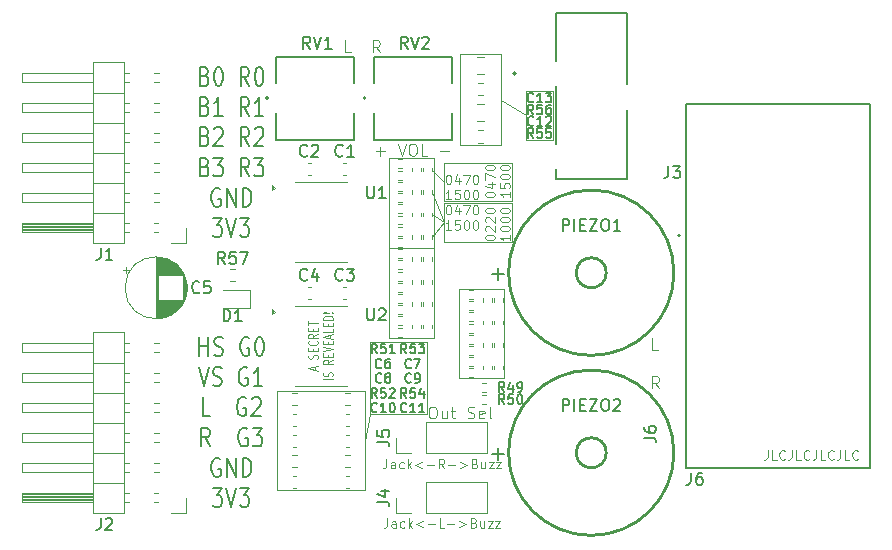
<source format=gbr>
%TF.GenerationSoftware,KiCad,Pcbnew,8.0.3*%
%TF.CreationDate,2025-01-13T10:43:54-08:00*%
%TF.ProjectId,Stereo_VGA,53746572-656f-45f5-9647-412e6b696361,rev?*%
%TF.SameCoordinates,Original*%
%TF.FileFunction,Legend,Top*%
%TF.FilePolarity,Positive*%
%FSLAX46Y46*%
G04 Gerber Fmt 4.6, Leading zero omitted, Abs format (unit mm)*
G04 Created by KiCad (PCBNEW 8.0.3) date 2025-01-13 10:43:54*
%MOMM*%
%LPD*%
G01*
G04 APERTURE LIST*
%ADD10C,0.100000*%
%ADD11C,0.152400*%
%ADD12C,0.150000*%
%ADD13C,0.120000*%
%ADD14C,0.127000*%
%ADD15C,0.200000*%
%ADD16C,0.250000*%
G04 APERTURE END LIST*
D10*
X92775000Y-107775000D02*
X100225000Y-107775000D01*
X100225000Y-116225000D01*
X92775000Y-116225000D01*
X92775000Y-107775000D01*
X100625000Y-109775000D02*
X100225000Y-112000000D01*
X113850000Y-84462500D02*
X111700000Y-83125000D01*
X105930000Y-90950000D02*
X106925000Y-93525000D01*
X105930000Y-89050000D02*
X106925000Y-90112500D01*
X102275000Y-88100000D02*
X106025000Y-88100000D01*
X106025000Y-95700000D01*
X102275000Y-95700000D01*
X102275000Y-88100000D01*
X102275000Y-95700000D02*
X106025000Y-95700000D01*
X106025000Y-103275000D01*
X102275000Y-103275000D01*
X102275000Y-95700000D01*
X108225000Y-99150000D02*
X112000000Y-99150000D01*
X112000000Y-106725000D01*
X108225000Y-106725000D01*
X108225000Y-99150000D01*
X105930000Y-92850000D02*
X106925000Y-93525000D01*
X105930000Y-94750000D02*
X106925000Y-93525000D01*
X100625000Y-103675000D02*
X105450000Y-103675000D01*
X105450000Y-109775000D01*
X100625000Y-109775000D01*
X100625000Y-103675000D01*
X113850000Y-82400000D02*
X116175000Y-82400000D01*
X116175000Y-86525000D01*
X113850000Y-86525000D01*
X113850000Y-82400000D01*
X106925000Y-88475000D02*
X112675000Y-88475000D01*
X112675000Y-91750000D01*
X106925000Y-91750000D01*
X106925000Y-88475000D01*
X106925000Y-91850000D02*
X112675000Y-91850000D01*
X112675000Y-95200000D01*
X106925000Y-95200000D01*
X106925000Y-91850000D01*
X108300000Y-79275000D02*
X111700000Y-79275000D01*
X111700000Y-86975000D01*
X108300000Y-86975000D01*
X108300000Y-79275000D01*
X110407895Y-94859524D02*
X110407895Y-94783334D01*
X110407895Y-94783334D02*
X110445990Y-94707143D01*
X110445990Y-94707143D02*
X110484085Y-94669048D01*
X110484085Y-94669048D02*
X110560276Y-94630953D01*
X110560276Y-94630953D02*
X110712657Y-94592858D01*
X110712657Y-94592858D02*
X110903133Y-94592858D01*
X110903133Y-94592858D02*
X111055514Y-94630953D01*
X111055514Y-94630953D02*
X111131704Y-94669048D01*
X111131704Y-94669048D02*
X111169800Y-94707143D01*
X111169800Y-94707143D02*
X111207895Y-94783334D01*
X111207895Y-94783334D02*
X111207895Y-94859524D01*
X111207895Y-94859524D02*
X111169800Y-94935715D01*
X111169800Y-94935715D02*
X111131704Y-94973810D01*
X111131704Y-94973810D02*
X111055514Y-95011905D01*
X111055514Y-95011905D02*
X110903133Y-95050001D01*
X110903133Y-95050001D02*
X110712657Y-95050001D01*
X110712657Y-95050001D02*
X110560276Y-95011905D01*
X110560276Y-95011905D02*
X110484085Y-94973810D01*
X110484085Y-94973810D02*
X110445990Y-94935715D01*
X110445990Y-94935715D02*
X110407895Y-94859524D01*
X110484085Y-94288096D02*
X110445990Y-94250000D01*
X110445990Y-94250000D02*
X110407895Y-94173810D01*
X110407895Y-94173810D02*
X110407895Y-93983334D01*
X110407895Y-93983334D02*
X110445990Y-93907143D01*
X110445990Y-93907143D02*
X110484085Y-93869048D01*
X110484085Y-93869048D02*
X110560276Y-93830953D01*
X110560276Y-93830953D02*
X110636466Y-93830953D01*
X110636466Y-93830953D02*
X110750752Y-93869048D01*
X110750752Y-93869048D02*
X111207895Y-94326191D01*
X111207895Y-94326191D02*
X111207895Y-93830953D01*
X110484085Y-93526191D02*
X110445990Y-93488095D01*
X110445990Y-93488095D02*
X110407895Y-93411905D01*
X110407895Y-93411905D02*
X110407895Y-93221429D01*
X110407895Y-93221429D02*
X110445990Y-93145238D01*
X110445990Y-93145238D02*
X110484085Y-93107143D01*
X110484085Y-93107143D02*
X110560276Y-93069048D01*
X110560276Y-93069048D02*
X110636466Y-93069048D01*
X110636466Y-93069048D02*
X110750752Y-93107143D01*
X110750752Y-93107143D02*
X111207895Y-93564286D01*
X111207895Y-93564286D02*
X111207895Y-93069048D01*
X110407895Y-92573809D02*
X110407895Y-92497619D01*
X110407895Y-92497619D02*
X110445990Y-92421428D01*
X110445990Y-92421428D02*
X110484085Y-92383333D01*
X110484085Y-92383333D02*
X110560276Y-92345238D01*
X110560276Y-92345238D02*
X110712657Y-92307143D01*
X110712657Y-92307143D02*
X110903133Y-92307143D01*
X110903133Y-92307143D02*
X111055514Y-92345238D01*
X111055514Y-92345238D02*
X111131704Y-92383333D01*
X111131704Y-92383333D02*
X111169800Y-92421428D01*
X111169800Y-92421428D02*
X111207895Y-92497619D01*
X111207895Y-92497619D02*
X111207895Y-92573809D01*
X111207895Y-92573809D02*
X111169800Y-92650000D01*
X111169800Y-92650000D02*
X111131704Y-92688095D01*
X111131704Y-92688095D02*
X111055514Y-92726190D01*
X111055514Y-92726190D02*
X110903133Y-92764286D01*
X110903133Y-92764286D02*
X110712657Y-92764286D01*
X110712657Y-92764286D02*
X110560276Y-92726190D01*
X110560276Y-92726190D02*
X110484085Y-92688095D01*
X110484085Y-92688095D02*
X110445990Y-92650000D01*
X110445990Y-92650000D02*
X110407895Y-92573809D01*
X110407895Y-91202380D02*
X110407895Y-91126190D01*
X110407895Y-91126190D02*
X110445990Y-91049999D01*
X110445990Y-91049999D02*
X110484085Y-91011904D01*
X110484085Y-91011904D02*
X110560276Y-90973809D01*
X110560276Y-90973809D02*
X110712657Y-90935714D01*
X110712657Y-90935714D02*
X110903133Y-90935714D01*
X110903133Y-90935714D02*
X111055514Y-90973809D01*
X111055514Y-90973809D02*
X111131704Y-91011904D01*
X111131704Y-91011904D02*
X111169800Y-91049999D01*
X111169800Y-91049999D02*
X111207895Y-91126190D01*
X111207895Y-91126190D02*
X111207895Y-91202380D01*
X111207895Y-91202380D02*
X111169800Y-91278571D01*
X111169800Y-91278571D02*
X111131704Y-91316666D01*
X111131704Y-91316666D02*
X111055514Y-91354761D01*
X111055514Y-91354761D02*
X110903133Y-91392857D01*
X110903133Y-91392857D02*
X110712657Y-91392857D01*
X110712657Y-91392857D02*
X110560276Y-91354761D01*
X110560276Y-91354761D02*
X110484085Y-91316666D01*
X110484085Y-91316666D02*
X110445990Y-91278571D01*
X110445990Y-91278571D02*
X110407895Y-91202380D01*
X110674561Y-90249999D02*
X111207895Y-90249999D01*
X110369800Y-90440475D02*
X110941228Y-90630952D01*
X110941228Y-90630952D02*
X110941228Y-90135713D01*
X110407895Y-89907142D02*
X110407895Y-89373808D01*
X110407895Y-89373808D02*
X111207895Y-89716666D01*
X110407895Y-88916665D02*
X110407895Y-88840475D01*
X110407895Y-88840475D02*
X110445990Y-88764284D01*
X110445990Y-88764284D02*
X110484085Y-88726189D01*
X110484085Y-88726189D02*
X110560276Y-88688094D01*
X110560276Y-88688094D02*
X110712657Y-88649999D01*
X110712657Y-88649999D02*
X110903133Y-88649999D01*
X110903133Y-88649999D02*
X111055514Y-88688094D01*
X111055514Y-88688094D02*
X111131704Y-88726189D01*
X111131704Y-88726189D02*
X111169800Y-88764284D01*
X111169800Y-88764284D02*
X111207895Y-88840475D01*
X111207895Y-88840475D02*
X111207895Y-88916665D01*
X111207895Y-88916665D02*
X111169800Y-88992856D01*
X111169800Y-88992856D02*
X111131704Y-89030951D01*
X111131704Y-89030951D02*
X111055514Y-89069046D01*
X111055514Y-89069046D02*
X110903133Y-89107142D01*
X110903133Y-89107142D02*
X110712657Y-89107142D01*
X110712657Y-89107142D02*
X110560276Y-89069046D01*
X110560276Y-89069046D02*
X110484085Y-89030951D01*
X110484085Y-89030951D02*
X110445990Y-88992856D01*
X110445990Y-88992856D02*
X110407895Y-88916665D01*
X112495850Y-94592858D02*
X112495850Y-95050001D01*
X112495850Y-94821429D02*
X111695850Y-94821429D01*
X111695850Y-94821429D02*
X111810135Y-94897620D01*
X111810135Y-94897620D02*
X111886326Y-94973810D01*
X111886326Y-94973810D02*
X111924421Y-95050001D01*
X111695850Y-94097619D02*
X111695850Y-94021429D01*
X111695850Y-94021429D02*
X111733945Y-93945238D01*
X111733945Y-93945238D02*
X111772040Y-93907143D01*
X111772040Y-93907143D02*
X111848231Y-93869048D01*
X111848231Y-93869048D02*
X112000612Y-93830953D01*
X112000612Y-93830953D02*
X112191088Y-93830953D01*
X112191088Y-93830953D02*
X112343469Y-93869048D01*
X112343469Y-93869048D02*
X112419659Y-93907143D01*
X112419659Y-93907143D02*
X112457755Y-93945238D01*
X112457755Y-93945238D02*
X112495850Y-94021429D01*
X112495850Y-94021429D02*
X112495850Y-94097619D01*
X112495850Y-94097619D02*
X112457755Y-94173810D01*
X112457755Y-94173810D02*
X112419659Y-94211905D01*
X112419659Y-94211905D02*
X112343469Y-94250000D01*
X112343469Y-94250000D02*
X112191088Y-94288096D01*
X112191088Y-94288096D02*
X112000612Y-94288096D01*
X112000612Y-94288096D02*
X111848231Y-94250000D01*
X111848231Y-94250000D02*
X111772040Y-94211905D01*
X111772040Y-94211905D02*
X111733945Y-94173810D01*
X111733945Y-94173810D02*
X111695850Y-94097619D01*
X111695850Y-93335714D02*
X111695850Y-93259524D01*
X111695850Y-93259524D02*
X111733945Y-93183333D01*
X111733945Y-93183333D02*
X111772040Y-93145238D01*
X111772040Y-93145238D02*
X111848231Y-93107143D01*
X111848231Y-93107143D02*
X112000612Y-93069048D01*
X112000612Y-93069048D02*
X112191088Y-93069048D01*
X112191088Y-93069048D02*
X112343469Y-93107143D01*
X112343469Y-93107143D02*
X112419659Y-93145238D01*
X112419659Y-93145238D02*
X112457755Y-93183333D01*
X112457755Y-93183333D02*
X112495850Y-93259524D01*
X112495850Y-93259524D02*
X112495850Y-93335714D01*
X112495850Y-93335714D02*
X112457755Y-93411905D01*
X112457755Y-93411905D02*
X112419659Y-93450000D01*
X112419659Y-93450000D02*
X112343469Y-93488095D01*
X112343469Y-93488095D02*
X112191088Y-93526191D01*
X112191088Y-93526191D02*
X112000612Y-93526191D01*
X112000612Y-93526191D02*
X111848231Y-93488095D01*
X111848231Y-93488095D02*
X111772040Y-93450000D01*
X111772040Y-93450000D02*
X111733945Y-93411905D01*
X111733945Y-93411905D02*
X111695850Y-93335714D01*
X111695850Y-92573809D02*
X111695850Y-92497619D01*
X111695850Y-92497619D02*
X111733945Y-92421428D01*
X111733945Y-92421428D02*
X111772040Y-92383333D01*
X111772040Y-92383333D02*
X111848231Y-92345238D01*
X111848231Y-92345238D02*
X112000612Y-92307143D01*
X112000612Y-92307143D02*
X112191088Y-92307143D01*
X112191088Y-92307143D02*
X112343469Y-92345238D01*
X112343469Y-92345238D02*
X112419659Y-92383333D01*
X112419659Y-92383333D02*
X112457755Y-92421428D01*
X112457755Y-92421428D02*
X112495850Y-92497619D01*
X112495850Y-92497619D02*
X112495850Y-92573809D01*
X112495850Y-92573809D02*
X112457755Y-92650000D01*
X112457755Y-92650000D02*
X112419659Y-92688095D01*
X112419659Y-92688095D02*
X112343469Y-92726190D01*
X112343469Y-92726190D02*
X112191088Y-92764286D01*
X112191088Y-92764286D02*
X112000612Y-92764286D01*
X112000612Y-92764286D02*
X111848231Y-92726190D01*
X111848231Y-92726190D02*
X111772040Y-92688095D01*
X111772040Y-92688095D02*
X111733945Y-92650000D01*
X111733945Y-92650000D02*
X111695850Y-92573809D01*
X112495850Y-90935714D02*
X112495850Y-91392857D01*
X112495850Y-91164285D02*
X111695850Y-91164285D01*
X111695850Y-91164285D02*
X111810135Y-91240476D01*
X111810135Y-91240476D02*
X111886326Y-91316666D01*
X111886326Y-91316666D02*
X111924421Y-91392857D01*
X111695850Y-90211904D02*
X111695850Y-90592856D01*
X111695850Y-90592856D02*
X112076802Y-90630952D01*
X112076802Y-90630952D02*
X112038707Y-90592856D01*
X112038707Y-90592856D02*
X112000612Y-90516666D01*
X112000612Y-90516666D02*
X112000612Y-90326190D01*
X112000612Y-90326190D02*
X112038707Y-90249999D01*
X112038707Y-90249999D02*
X112076802Y-90211904D01*
X112076802Y-90211904D02*
X112152993Y-90173809D01*
X112152993Y-90173809D02*
X112343469Y-90173809D01*
X112343469Y-90173809D02*
X112419659Y-90211904D01*
X112419659Y-90211904D02*
X112457755Y-90249999D01*
X112457755Y-90249999D02*
X112495850Y-90326190D01*
X112495850Y-90326190D02*
X112495850Y-90516666D01*
X112495850Y-90516666D02*
X112457755Y-90592856D01*
X112457755Y-90592856D02*
X112419659Y-90630952D01*
X111695850Y-89678570D02*
X111695850Y-89602380D01*
X111695850Y-89602380D02*
X111733945Y-89526189D01*
X111733945Y-89526189D02*
X111772040Y-89488094D01*
X111772040Y-89488094D02*
X111848231Y-89449999D01*
X111848231Y-89449999D02*
X112000612Y-89411904D01*
X112000612Y-89411904D02*
X112191088Y-89411904D01*
X112191088Y-89411904D02*
X112343469Y-89449999D01*
X112343469Y-89449999D02*
X112419659Y-89488094D01*
X112419659Y-89488094D02*
X112457755Y-89526189D01*
X112457755Y-89526189D02*
X112495850Y-89602380D01*
X112495850Y-89602380D02*
X112495850Y-89678570D01*
X112495850Y-89678570D02*
X112457755Y-89754761D01*
X112457755Y-89754761D02*
X112419659Y-89792856D01*
X112419659Y-89792856D02*
X112343469Y-89830951D01*
X112343469Y-89830951D02*
X112191088Y-89869047D01*
X112191088Y-89869047D02*
X112000612Y-89869047D01*
X112000612Y-89869047D02*
X111848231Y-89830951D01*
X111848231Y-89830951D02*
X111772040Y-89792856D01*
X111772040Y-89792856D02*
X111733945Y-89754761D01*
X111733945Y-89754761D02*
X111695850Y-89678570D01*
X111695850Y-88916665D02*
X111695850Y-88840475D01*
X111695850Y-88840475D02*
X111733945Y-88764284D01*
X111733945Y-88764284D02*
X111772040Y-88726189D01*
X111772040Y-88726189D02*
X111848231Y-88688094D01*
X111848231Y-88688094D02*
X112000612Y-88649999D01*
X112000612Y-88649999D02*
X112191088Y-88649999D01*
X112191088Y-88649999D02*
X112343469Y-88688094D01*
X112343469Y-88688094D02*
X112419659Y-88726189D01*
X112419659Y-88726189D02*
X112457755Y-88764284D01*
X112457755Y-88764284D02*
X112495850Y-88840475D01*
X112495850Y-88840475D02*
X112495850Y-88916665D01*
X112495850Y-88916665D02*
X112457755Y-88992856D01*
X112457755Y-88992856D02*
X112419659Y-89030951D01*
X112419659Y-89030951D02*
X112343469Y-89069046D01*
X112343469Y-89069046D02*
X112191088Y-89107142D01*
X112191088Y-89107142D02*
X112000612Y-89107142D01*
X112000612Y-89107142D02*
X111848231Y-89069046D01*
X111848231Y-89069046D02*
X111772040Y-89030951D01*
X111772040Y-89030951D02*
X111733945Y-88992856D01*
X111733945Y-88992856D02*
X111695850Y-88916665D01*
X102121428Y-118564895D02*
X102121428Y-119136323D01*
X102121428Y-119136323D02*
X102083333Y-119250609D01*
X102083333Y-119250609D02*
X102007142Y-119326800D01*
X102007142Y-119326800D02*
X101892857Y-119364895D01*
X101892857Y-119364895D02*
X101816666Y-119364895D01*
X102845238Y-119364895D02*
X102845238Y-118945847D01*
X102845238Y-118945847D02*
X102807143Y-118869657D01*
X102807143Y-118869657D02*
X102730952Y-118831561D01*
X102730952Y-118831561D02*
X102578571Y-118831561D01*
X102578571Y-118831561D02*
X102502381Y-118869657D01*
X102845238Y-119326800D02*
X102769047Y-119364895D01*
X102769047Y-119364895D02*
X102578571Y-119364895D01*
X102578571Y-119364895D02*
X102502381Y-119326800D01*
X102502381Y-119326800D02*
X102464285Y-119250609D01*
X102464285Y-119250609D02*
X102464285Y-119174419D01*
X102464285Y-119174419D02*
X102502381Y-119098228D01*
X102502381Y-119098228D02*
X102578571Y-119060133D01*
X102578571Y-119060133D02*
X102769047Y-119060133D01*
X102769047Y-119060133D02*
X102845238Y-119022038D01*
X103569048Y-119326800D02*
X103492857Y-119364895D01*
X103492857Y-119364895D02*
X103340476Y-119364895D01*
X103340476Y-119364895D02*
X103264286Y-119326800D01*
X103264286Y-119326800D02*
X103226191Y-119288704D01*
X103226191Y-119288704D02*
X103188095Y-119212514D01*
X103188095Y-119212514D02*
X103188095Y-118983942D01*
X103188095Y-118983942D02*
X103226191Y-118907752D01*
X103226191Y-118907752D02*
X103264286Y-118869657D01*
X103264286Y-118869657D02*
X103340476Y-118831561D01*
X103340476Y-118831561D02*
X103492857Y-118831561D01*
X103492857Y-118831561D02*
X103569048Y-118869657D01*
X103911905Y-119364895D02*
X103911905Y-118564895D01*
X103988095Y-119060133D02*
X104216667Y-119364895D01*
X104216667Y-118831561D02*
X103911905Y-119136323D01*
X105169048Y-118831561D02*
X104559524Y-119060133D01*
X104559524Y-119060133D02*
X105169048Y-119288704D01*
X105550000Y-119060133D02*
X106159524Y-119060133D01*
X106921428Y-119364895D02*
X106540476Y-119364895D01*
X106540476Y-119364895D02*
X106540476Y-118564895D01*
X107188095Y-119060133D02*
X107797619Y-119060133D01*
X108178571Y-118831561D02*
X108788095Y-119060133D01*
X108788095Y-119060133D02*
X108178571Y-119288704D01*
X109435713Y-118945847D02*
X109549999Y-118983942D01*
X109549999Y-118983942D02*
X109588094Y-119022038D01*
X109588094Y-119022038D02*
X109626190Y-119098228D01*
X109626190Y-119098228D02*
X109626190Y-119212514D01*
X109626190Y-119212514D02*
X109588094Y-119288704D01*
X109588094Y-119288704D02*
X109549999Y-119326800D01*
X109549999Y-119326800D02*
X109473809Y-119364895D01*
X109473809Y-119364895D02*
X109169047Y-119364895D01*
X109169047Y-119364895D02*
X109169047Y-118564895D01*
X109169047Y-118564895D02*
X109435713Y-118564895D01*
X109435713Y-118564895D02*
X109511904Y-118602990D01*
X109511904Y-118602990D02*
X109549999Y-118641085D01*
X109549999Y-118641085D02*
X109588094Y-118717276D01*
X109588094Y-118717276D02*
X109588094Y-118793466D01*
X109588094Y-118793466D02*
X109549999Y-118869657D01*
X109549999Y-118869657D02*
X109511904Y-118907752D01*
X109511904Y-118907752D02*
X109435713Y-118945847D01*
X109435713Y-118945847D02*
X109169047Y-118945847D01*
X110311904Y-118831561D02*
X110311904Y-119364895D01*
X109969047Y-118831561D02*
X109969047Y-119250609D01*
X109969047Y-119250609D02*
X110007142Y-119326800D01*
X110007142Y-119326800D02*
X110083332Y-119364895D01*
X110083332Y-119364895D02*
X110197618Y-119364895D01*
X110197618Y-119364895D02*
X110273809Y-119326800D01*
X110273809Y-119326800D02*
X110311904Y-119288704D01*
X110616666Y-118831561D02*
X111035714Y-118831561D01*
X111035714Y-118831561D02*
X110616666Y-119364895D01*
X110616666Y-119364895D02*
X111035714Y-119364895D01*
X111264285Y-118831561D02*
X111683333Y-118831561D01*
X111683333Y-118831561D02*
X111264285Y-119364895D01*
X111264285Y-119364895D02*
X111683333Y-119364895D01*
X99047618Y-79122419D02*
X98571428Y-79122419D01*
X98571428Y-79122419D02*
X98571428Y-78122419D01*
X101476190Y-79122419D02*
X101142857Y-78646228D01*
X100904762Y-79122419D02*
X100904762Y-78122419D01*
X100904762Y-78122419D02*
X101285714Y-78122419D01*
X101285714Y-78122419D02*
X101380952Y-78170038D01*
X101380952Y-78170038D02*
X101428571Y-78217657D01*
X101428571Y-78217657D02*
X101476190Y-78312895D01*
X101476190Y-78312895D02*
X101476190Y-78455752D01*
X101476190Y-78455752D02*
X101428571Y-78550990D01*
X101428571Y-78550990D02*
X101380952Y-78598609D01*
X101380952Y-78598609D02*
X101285714Y-78646228D01*
X101285714Y-78646228D02*
X100904762Y-78646228D01*
X125030074Y-104347475D02*
X124553884Y-104347475D01*
X124553884Y-104347475D02*
X124553884Y-103347475D01*
X125125312Y-107567363D02*
X124791979Y-107091172D01*
X124553884Y-107567363D02*
X124553884Y-106567363D01*
X124553884Y-106567363D02*
X124934836Y-106567363D01*
X124934836Y-106567363D02*
X125030074Y-106614982D01*
X125030074Y-106614982D02*
X125077693Y-106662601D01*
X125077693Y-106662601D02*
X125125312Y-106757839D01*
X125125312Y-106757839D02*
X125125312Y-106900696D01*
X125125312Y-106900696D02*
X125077693Y-106995934D01*
X125077693Y-106995934D02*
X125030074Y-107043553D01*
X125030074Y-107043553D02*
X124934836Y-107091172D01*
X124934836Y-107091172D02*
X124553884Y-107091172D01*
D11*
X86662381Y-81135470D02*
X86843809Y-81211065D01*
X86843809Y-81211065D02*
X86904286Y-81286661D01*
X86904286Y-81286661D02*
X86964762Y-81437851D01*
X86964762Y-81437851D02*
X86964762Y-81664637D01*
X86964762Y-81664637D02*
X86904286Y-81815827D01*
X86904286Y-81815827D02*
X86843809Y-81891423D01*
X86843809Y-81891423D02*
X86722857Y-81967018D01*
X86722857Y-81967018D02*
X86239047Y-81967018D01*
X86239047Y-81967018D02*
X86239047Y-80379518D01*
X86239047Y-80379518D02*
X86662381Y-80379518D01*
X86662381Y-80379518D02*
X86783333Y-80455113D01*
X86783333Y-80455113D02*
X86843809Y-80530708D01*
X86843809Y-80530708D02*
X86904286Y-80681899D01*
X86904286Y-80681899D02*
X86904286Y-80833089D01*
X86904286Y-80833089D02*
X86843809Y-80984280D01*
X86843809Y-80984280D02*
X86783333Y-81059875D01*
X86783333Y-81059875D02*
X86662381Y-81135470D01*
X86662381Y-81135470D02*
X86239047Y-81135470D01*
X87750952Y-80379518D02*
X87871905Y-80379518D01*
X87871905Y-80379518D02*
X87992857Y-80455113D01*
X87992857Y-80455113D02*
X88053333Y-80530708D01*
X88053333Y-80530708D02*
X88113809Y-80681899D01*
X88113809Y-80681899D02*
X88174286Y-80984280D01*
X88174286Y-80984280D02*
X88174286Y-81362256D01*
X88174286Y-81362256D02*
X88113809Y-81664637D01*
X88113809Y-81664637D02*
X88053333Y-81815827D01*
X88053333Y-81815827D02*
X87992857Y-81891423D01*
X87992857Y-81891423D02*
X87871905Y-81967018D01*
X87871905Y-81967018D02*
X87750952Y-81967018D01*
X87750952Y-81967018D02*
X87630000Y-81891423D01*
X87630000Y-81891423D02*
X87569524Y-81815827D01*
X87569524Y-81815827D02*
X87509047Y-81664637D01*
X87509047Y-81664637D02*
X87448571Y-81362256D01*
X87448571Y-81362256D02*
X87448571Y-80984280D01*
X87448571Y-80984280D02*
X87509047Y-80681899D01*
X87509047Y-80681899D02*
X87569524Y-80530708D01*
X87569524Y-80530708D02*
X87630000Y-80455113D01*
X87630000Y-80455113D02*
X87750952Y-80379518D01*
X90411905Y-81967018D02*
X89988571Y-81211065D01*
X89686190Y-81967018D02*
X89686190Y-80379518D01*
X89686190Y-80379518D02*
X90170000Y-80379518D01*
X90170000Y-80379518D02*
X90290952Y-80455113D01*
X90290952Y-80455113D02*
X90351429Y-80530708D01*
X90351429Y-80530708D02*
X90411905Y-80681899D01*
X90411905Y-80681899D02*
X90411905Y-80908684D01*
X90411905Y-80908684D02*
X90351429Y-81059875D01*
X90351429Y-81059875D02*
X90290952Y-81135470D01*
X90290952Y-81135470D02*
X90170000Y-81211065D01*
X90170000Y-81211065D02*
X89686190Y-81211065D01*
X91198095Y-80379518D02*
X91319048Y-80379518D01*
X91319048Y-80379518D02*
X91440000Y-80455113D01*
X91440000Y-80455113D02*
X91500476Y-80530708D01*
X91500476Y-80530708D02*
X91560952Y-80681899D01*
X91560952Y-80681899D02*
X91621429Y-80984280D01*
X91621429Y-80984280D02*
X91621429Y-81362256D01*
X91621429Y-81362256D02*
X91560952Y-81664637D01*
X91560952Y-81664637D02*
X91500476Y-81815827D01*
X91500476Y-81815827D02*
X91440000Y-81891423D01*
X91440000Y-81891423D02*
X91319048Y-81967018D01*
X91319048Y-81967018D02*
X91198095Y-81967018D01*
X91198095Y-81967018D02*
X91077143Y-81891423D01*
X91077143Y-81891423D02*
X91016667Y-81815827D01*
X91016667Y-81815827D02*
X90956190Y-81664637D01*
X90956190Y-81664637D02*
X90895714Y-81362256D01*
X90895714Y-81362256D02*
X90895714Y-80984280D01*
X90895714Y-80984280D02*
X90956190Y-80681899D01*
X90956190Y-80681899D02*
X91016667Y-80530708D01*
X91016667Y-80530708D02*
X91077143Y-80455113D01*
X91077143Y-80455113D02*
X91198095Y-80379518D01*
X86662381Y-83691256D02*
X86843809Y-83766851D01*
X86843809Y-83766851D02*
X86904286Y-83842447D01*
X86904286Y-83842447D02*
X86964762Y-83993637D01*
X86964762Y-83993637D02*
X86964762Y-84220423D01*
X86964762Y-84220423D02*
X86904286Y-84371613D01*
X86904286Y-84371613D02*
X86843809Y-84447209D01*
X86843809Y-84447209D02*
X86722857Y-84522804D01*
X86722857Y-84522804D02*
X86239047Y-84522804D01*
X86239047Y-84522804D02*
X86239047Y-82935304D01*
X86239047Y-82935304D02*
X86662381Y-82935304D01*
X86662381Y-82935304D02*
X86783333Y-83010899D01*
X86783333Y-83010899D02*
X86843809Y-83086494D01*
X86843809Y-83086494D02*
X86904286Y-83237685D01*
X86904286Y-83237685D02*
X86904286Y-83388875D01*
X86904286Y-83388875D02*
X86843809Y-83540066D01*
X86843809Y-83540066D02*
X86783333Y-83615661D01*
X86783333Y-83615661D02*
X86662381Y-83691256D01*
X86662381Y-83691256D02*
X86239047Y-83691256D01*
X88174286Y-84522804D02*
X87448571Y-84522804D01*
X87811428Y-84522804D02*
X87811428Y-82935304D01*
X87811428Y-82935304D02*
X87690476Y-83162089D01*
X87690476Y-83162089D02*
X87569524Y-83313280D01*
X87569524Y-83313280D02*
X87448571Y-83388875D01*
X90411905Y-84522804D02*
X89988571Y-83766851D01*
X89686190Y-84522804D02*
X89686190Y-82935304D01*
X89686190Y-82935304D02*
X90170000Y-82935304D01*
X90170000Y-82935304D02*
X90290952Y-83010899D01*
X90290952Y-83010899D02*
X90351429Y-83086494D01*
X90351429Y-83086494D02*
X90411905Y-83237685D01*
X90411905Y-83237685D02*
X90411905Y-83464470D01*
X90411905Y-83464470D02*
X90351429Y-83615661D01*
X90351429Y-83615661D02*
X90290952Y-83691256D01*
X90290952Y-83691256D02*
X90170000Y-83766851D01*
X90170000Y-83766851D02*
X89686190Y-83766851D01*
X91621429Y-84522804D02*
X90895714Y-84522804D01*
X91258571Y-84522804D02*
X91258571Y-82935304D01*
X91258571Y-82935304D02*
X91137619Y-83162089D01*
X91137619Y-83162089D02*
X91016667Y-83313280D01*
X91016667Y-83313280D02*
X90895714Y-83388875D01*
X86662381Y-86247042D02*
X86843809Y-86322637D01*
X86843809Y-86322637D02*
X86904286Y-86398233D01*
X86904286Y-86398233D02*
X86964762Y-86549423D01*
X86964762Y-86549423D02*
X86964762Y-86776209D01*
X86964762Y-86776209D02*
X86904286Y-86927399D01*
X86904286Y-86927399D02*
X86843809Y-87002995D01*
X86843809Y-87002995D02*
X86722857Y-87078590D01*
X86722857Y-87078590D02*
X86239047Y-87078590D01*
X86239047Y-87078590D02*
X86239047Y-85491090D01*
X86239047Y-85491090D02*
X86662381Y-85491090D01*
X86662381Y-85491090D02*
X86783333Y-85566685D01*
X86783333Y-85566685D02*
X86843809Y-85642280D01*
X86843809Y-85642280D02*
X86904286Y-85793471D01*
X86904286Y-85793471D02*
X86904286Y-85944661D01*
X86904286Y-85944661D02*
X86843809Y-86095852D01*
X86843809Y-86095852D02*
X86783333Y-86171447D01*
X86783333Y-86171447D02*
X86662381Y-86247042D01*
X86662381Y-86247042D02*
X86239047Y-86247042D01*
X87448571Y-85642280D02*
X87509047Y-85566685D01*
X87509047Y-85566685D02*
X87630000Y-85491090D01*
X87630000Y-85491090D02*
X87932381Y-85491090D01*
X87932381Y-85491090D02*
X88053333Y-85566685D01*
X88053333Y-85566685D02*
X88113809Y-85642280D01*
X88113809Y-85642280D02*
X88174286Y-85793471D01*
X88174286Y-85793471D02*
X88174286Y-85944661D01*
X88174286Y-85944661D02*
X88113809Y-86171447D01*
X88113809Y-86171447D02*
X87388095Y-87078590D01*
X87388095Y-87078590D02*
X88174286Y-87078590D01*
X90411905Y-87078590D02*
X89988571Y-86322637D01*
X89686190Y-87078590D02*
X89686190Y-85491090D01*
X89686190Y-85491090D02*
X90170000Y-85491090D01*
X90170000Y-85491090D02*
X90290952Y-85566685D01*
X90290952Y-85566685D02*
X90351429Y-85642280D01*
X90351429Y-85642280D02*
X90411905Y-85793471D01*
X90411905Y-85793471D02*
X90411905Y-86020256D01*
X90411905Y-86020256D02*
X90351429Y-86171447D01*
X90351429Y-86171447D02*
X90290952Y-86247042D01*
X90290952Y-86247042D02*
X90170000Y-86322637D01*
X90170000Y-86322637D02*
X89686190Y-86322637D01*
X90895714Y-85642280D02*
X90956190Y-85566685D01*
X90956190Y-85566685D02*
X91077143Y-85491090D01*
X91077143Y-85491090D02*
X91379524Y-85491090D01*
X91379524Y-85491090D02*
X91500476Y-85566685D01*
X91500476Y-85566685D02*
X91560952Y-85642280D01*
X91560952Y-85642280D02*
X91621429Y-85793471D01*
X91621429Y-85793471D02*
X91621429Y-85944661D01*
X91621429Y-85944661D02*
X91560952Y-86171447D01*
X91560952Y-86171447D02*
X90835238Y-87078590D01*
X90835238Y-87078590D02*
X91621429Y-87078590D01*
X86662381Y-88802828D02*
X86843809Y-88878423D01*
X86843809Y-88878423D02*
X86904286Y-88954019D01*
X86904286Y-88954019D02*
X86964762Y-89105209D01*
X86964762Y-89105209D02*
X86964762Y-89331995D01*
X86964762Y-89331995D02*
X86904286Y-89483185D01*
X86904286Y-89483185D02*
X86843809Y-89558781D01*
X86843809Y-89558781D02*
X86722857Y-89634376D01*
X86722857Y-89634376D02*
X86239047Y-89634376D01*
X86239047Y-89634376D02*
X86239047Y-88046876D01*
X86239047Y-88046876D02*
X86662381Y-88046876D01*
X86662381Y-88046876D02*
X86783333Y-88122471D01*
X86783333Y-88122471D02*
X86843809Y-88198066D01*
X86843809Y-88198066D02*
X86904286Y-88349257D01*
X86904286Y-88349257D02*
X86904286Y-88500447D01*
X86904286Y-88500447D02*
X86843809Y-88651638D01*
X86843809Y-88651638D02*
X86783333Y-88727233D01*
X86783333Y-88727233D02*
X86662381Y-88802828D01*
X86662381Y-88802828D02*
X86239047Y-88802828D01*
X87388095Y-88046876D02*
X88174286Y-88046876D01*
X88174286Y-88046876D02*
X87750952Y-88651638D01*
X87750952Y-88651638D02*
X87932381Y-88651638D01*
X87932381Y-88651638D02*
X88053333Y-88727233D01*
X88053333Y-88727233D02*
X88113809Y-88802828D01*
X88113809Y-88802828D02*
X88174286Y-88954019D01*
X88174286Y-88954019D02*
X88174286Y-89331995D01*
X88174286Y-89331995D02*
X88113809Y-89483185D01*
X88113809Y-89483185D02*
X88053333Y-89558781D01*
X88053333Y-89558781D02*
X87932381Y-89634376D01*
X87932381Y-89634376D02*
X87569524Y-89634376D01*
X87569524Y-89634376D02*
X87448571Y-89558781D01*
X87448571Y-89558781D02*
X87388095Y-89483185D01*
X90411905Y-89634376D02*
X89988571Y-88878423D01*
X89686190Y-89634376D02*
X89686190Y-88046876D01*
X89686190Y-88046876D02*
X90170000Y-88046876D01*
X90170000Y-88046876D02*
X90290952Y-88122471D01*
X90290952Y-88122471D02*
X90351429Y-88198066D01*
X90351429Y-88198066D02*
X90411905Y-88349257D01*
X90411905Y-88349257D02*
X90411905Y-88576042D01*
X90411905Y-88576042D02*
X90351429Y-88727233D01*
X90351429Y-88727233D02*
X90290952Y-88802828D01*
X90290952Y-88802828D02*
X90170000Y-88878423D01*
X90170000Y-88878423D02*
X89686190Y-88878423D01*
X90835238Y-88046876D02*
X91621429Y-88046876D01*
X91621429Y-88046876D02*
X91198095Y-88651638D01*
X91198095Y-88651638D02*
X91379524Y-88651638D01*
X91379524Y-88651638D02*
X91500476Y-88727233D01*
X91500476Y-88727233D02*
X91560952Y-88802828D01*
X91560952Y-88802828D02*
X91621429Y-88954019D01*
X91621429Y-88954019D02*
X91621429Y-89331995D01*
X91621429Y-89331995D02*
X91560952Y-89483185D01*
X91560952Y-89483185D02*
X91500476Y-89558781D01*
X91500476Y-89558781D02*
X91379524Y-89634376D01*
X91379524Y-89634376D02*
X91016667Y-89634376D01*
X91016667Y-89634376D02*
X90895714Y-89558781D01*
X90895714Y-89558781D02*
X90835238Y-89483185D01*
X87932381Y-90678257D02*
X87811428Y-90602662D01*
X87811428Y-90602662D02*
X87630000Y-90602662D01*
X87630000Y-90602662D02*
X87448571Y-90678257D01*
X87448571Y-90678257D02*
X87327619Y-90829447D01*
X87327619Y-90829447D02*
X87267142Y-90980638D01*
X87267142Y-90980638D02*
X87206666Y-91283019D01*
X87206666Y-91283019D02*
X87206666Y-91509805D01*
X87206666Y-91509805D02*
X87267142Y-91812186D01*
X87267142Y-91812186D02*
X87327619Y-91963376D01*
X87327619Y-91963376D02*
X87448571Y-92114567D01*
X87448571Y-92114567D02*
X87630000Y-92190162D01*
X87630000Y-92190162D02*
X87750952Y-92190162D01*
X87750952Y-92190162D02*
X87932381Y-92114567D01*
X87932381Y-92114567D02*
X87992857Y-92038971D01*
X87992857Y-92038971D02*
X87992857Y-91509805D01*
X87992857Y-91509805D02*
X87750952Y-91509805D01*
X88537142Y-92190162D02*
X88537142Y-90602662D01*
X88537142Y-90602662D02*
X89262857Y-92190162D01*
X89262857Y-92190162D02*
X89262857Y-90602662D01*
X89867618Y-92190162D02*
X89867618Y-90602662D01*
X89867618Y-90602662D02*
X90169999Y-90602662D01*
X90169999Y-90602662D02*
X90351428Y-90678257D01*
X90351428Y-90678257D02*
X90472380Y-90829447D01*
X90472380Y-90829447D02*
X90532857Y-90980638D01*
X90532857Y-90980638D02*
X90593333Y-91283019D01*
X90593333Y-91283019D02*
X90593333Y-91509805D01*
X90593333Y-91509805D02*
X90532857Y-91812186D01*
X90532857Y-91812186D02*
X90472380Y-91963376D01*
X90472380Y-91963376D02*
X90351428Y-92114567D01*
X90351428Y-92114567D02*
X90169999Y-92190162D01*
X90169999Y-92190162D02*
X89867618Y-92190162D01*
X87327619Y-93158448D02*
X88113810Y-93158448D01*
X88113810Y-93158448D02*
X87690476Y-93763210D01*
X87690476Y-93763210D02*
X87871905Y-93763210D01*
X87871905Y-93763210D02*
X87992857Y-93838805D01*
X87992857Y-93838805D02*
X88053333Y-93914400D01*
X88053333Y-93914400D02*
X88113810Y-94065591D01*
X88113810Y-94065591D02*
X88113810Y-94443567D01*
X88113810Y-94443567D02*
X88053333Y-94594757D01*
X88053333Y-94594757D02*
X87992857Y-94670353D01*
X87992857Y-94670353D02*
X87871905Y-94745948D01*
X87871905Y-94745948D02*
X87509048Y-94745948D01*
X87509048Y-94745948D02*
X87388095Y-94670353D01*
X87388095Y-94670353D02*
X87327619Y-94594757D01*
X88476667Y-93158448D02*
X88900000Y-94745948D01*
X88900000Y-94745948D02*
X89323334Y-93158448D01*
X89625714Y-93158448D02*
X90411905Y-93158448D01*
X90411905Y-93158448D02*
X89988571Y-93763210D01*
X89988571Y-93763210D02*
X90170000Y-93763210D01*
X90170000Y-93763210D02*
X90290952Y-93838805D01*
X90290952Y-93838805D02*
X90351428Y-93914400D01*
X90351428Y-93914400D02*
X90411905Y-94065591D01*
X90411905Y-94065591D02*
X90411905Y-94443567D01*
X90411905Y-94443567D02*
X90351428Y-94594757D01*
X90351428Y-94594757D02*
X90290952Y-94670353D01*
X90290952Y-94670353D02*
X90170000Y-94745948D01*
X90170000Y-94745948D02*
X89807143Y-94745948D01*
X89807143Y-94745948D02*
X89686190Y-94670353D01*
X89686190Y-94670353D02*
X89625714Y-94594757D01*
D10*
X107254448Y-89482963D02*
X107330638Y-89482963D01*
X107330638Y-89482963D02*
X107406829Y-89521058D01*
X107406829Y-89521058D02*
X107444924Y-89559153D01*
X107444924Y-89559153D02*
X107483019Y-89635344D01*
X107483019Y-89635344D02*
X107521114Y-89787725D01*
X107521114Y-89787725D02*
X107521114Y-89978201D01*
X107521114Y-89978201D02*
X107483019Y-90130582D01*
X107483019Y-90130582D02*
X107444924Y-90206772D01*
X107444924Y-90206772D02*
X107406829Y-90244868D01*
X107406829Y-90244868D02*
X107330638Y-90282963D01*
X107330638Y-90282963D02*
X107254448Y-90282963D01*
X107254448Y-90282963D02*
X107178257Y-90244868D01*
X107178257Y-90244868D02*
X107140162Y-90206772D01*
X107140162Y-90206772D02*
X107102067Y-90130582D01*
X107102067Y-90130582D02*
X107063971Y-89978201D01*
X107063971Y-89978201D02*
X107063971Y-89787725D01*
X107063971Y-89787725D02*
X107102067Y-89635344D01*
X107102067Y-89635344D02*
X107140162Y-89559153D01*
X107140162Y-89559153D02*
X107178257Y-89521058D01*
X107178257Y-89521058D02*
X107254448Y-89482963D01*
X108206829Y-89749629D02*
X108206829Y-90282963D01*
X108016353Y-89444868D02*
X107825876Y-90016296D01*
X107825876Y-90016296D02*
X108321115Y-90016296D01*
X108549686Y-89482963D02*
X109083020Y-89482963D01*
X109083020Y-89482963D02*
X108740162Y-90282963D01*
X109540163Y-89482963D02*
X109616353Y-89482963D01*
X109616353Y-89482963D02*
X109692544Y-89521058D01*
X109692544Y-89521058D02*
X109730639Y-89559153D01*
X109730639Y-89559153D02*
X109768734Y-89635344D01*
X109768734Y-89635344D02*
X109806829Y-89787725D01*
X109806829Y-89787725D02*
X109806829Y-89978201D01*
X109806829Y-89978201D02*
X109768734Y-90130582D01*
X109768734Y-90130582D02*
X109730639Y-90206772D01*
X109730639Y-90206772D02*
X109692544Y-90244868D01*
X109692544Y-90244868D02*
X109616353Y-90282963D01*
X109616353Y-90282963D02*
X109540163Y-90282963D01*
X109540163Y-90282963D02*
X109463972Y-90244868D01*
X109463972Y-90244868D02*
X109425877Y-90206772D01*
X109425877Y-90206772D02*
X109387782Y-90130582D01*
X109387782Y-90130582D02*
X109349686Y-89978201D01*
X109349686Y-89978201D02*
X109349686Y-89787725D01*
X109349686Y-89787725D02*
X109387782Y-89635344D01*
X109387782Y-89635344D02*
X109425877Y-89559153D01*
X109425877Y-89559153D02*
X109463972Y-89521058D01*
X109463972Y-89521058D02*
X109540163Y-89482963D01*
X107521114Y-91570918D02*
X107063971Y-91570918D01*
X107292543Y-91570918D02*
X107292543Y-90770918D01*
X107292543Y-90770918D02*
X107216352Y-90885203D01*
X107216352Y-90885203D02*
X107140162Y-90961394D01*
X107140162Y-90961394D02*
X107063971Y-90999489D01*
X108244924Y-90770918D02*
X107863972Y-90770918D01*
X107863972Y-90770918D02*
X107825876Y-91151870D01*
X107825876Y-91151870D02*
X107863972Y-91113775D01*
X107863972Y-91113775D02*
X107940162Y-91075680D01*
X107940162Y-91075680D02*
X108130638Y-91075680D01*
X108130638Y-91075680D02*
X108206829Y-91113775D01*
X108206829Y-91113775D02*
X108244924Y-91151870D01*
X108244924Y-91151870D02*
X108283019Y-91228061D01*
X108283019Y-91228061D02*
X108283019Y-91418537D01*
X108283019Y-91418537D02*
X108244924Y-91494727D01*
X108244924Y-91494727D02*
X108206829Y-91532823D01*
X108206829Y-91532823D02*
X108130638Y-91570918D01*
X108130638Y-91570918D02*
X107940162Y-91570918D01*
X107940162Y-91570918D02*
X107863972Y-91532823D01*
X107863972Y-91532823D02*
X107825876Y-91494727D01*
X108778258Y-90770918D02*
X108854448Y-90770918D01*
X108854448Y-90770918D02*
X108930639Y-90809013D01*
X108930639Y-90809013D02*
X108968734Y-90847108D01*
X108968734Y-90847108D02*
X109006829Y-90923299D01*
X109006829Y-90923299D02*
X109044924Y-91075680D01*
X109044924Y-91075680D02*
X109044924Y-91266156D01*
X109044924Y-91266156D02*
X109006829Y-91418537D01*
X109006829Y-91418537D02*
X108968734Y-91494727D01*
X108968734Y-91494727D02*
X108930639Y-91532823D01*
X108930639Y-91532823D02*
X108854448Y-91570918D01*
X108854448Y-91570918D02*
X108778258Y-91570918D01*
X108778258Y-91570918D02*
X108702067Y-91532823D01*
X108702067Y-91532823D02*
X108663972Y-91494727D01*
X108663972Y-91494727D02*
X108625877Y-91418537D01*
X108625877Y-91418537D02*
X108587781Y-91266156D01*
X108587781Y-91266156D02*
X108587781Y-91075680D01*
X108587781Y-91075680D02*
X108625877Y-90923299D01*
X108625877Y-90923299D02*
X108663972Y-90847108D01*
X108663972Y-90847108D02*
X108702067Y-90809013D01*
X108702067Y-90809013D02*
X108778258Y-90770918D01*
X109540163Y-90770918D02*
X109616353Y-90770918D01*
X109616353Y-90770918D02*
X109692544Y-90809013D01*
X109692544Y-90809013D02*
X109730639Y-90847108D01*
X109730639Y-90847108D02*
X109768734Y-90923299D01*
X109768734Y-90923299D02*
X109806829Y-91075680D01*
X109806829Y-91075680D02*
X109806829Y-91266156D01*
X109806829Y-91266156D02*
X109768734Y-91418537D01*
X109768734Y-91418537D02*
X109730639Y-91494727D01*
X109730639Y-91494727D02*
X109692544Y-91532823D01*
X109692544Y-91532823D02*
X109616353Y-91570918D01*
X109616353Y-91570918D02*
X109540163Y-91570918D01*
X109540163Y-91570918D02*
X109463972Y-91532823D01*
X109463972Y-91532823D02*
X109425877Y-91494727D01*
X109425877Y-91494727D02*
X109387782Y-91418537D01*
X109387782Y-91418537D02*
X109349686Y-91266156D01*
X109349686Y-91266156D02*
X109349686Y-91075680D01*
X109349686Y-91075680D02*
X109387782Y-90923299D01*
X109387782Y-90923299D02*
X109425877Y-90847108D01*
X109425877Y-90847108D02*
X109463972Y-90809013D01*
X109463972Y-90809013D02*
X109540163Y-90770918D01*
X107254448Y-92058873D02*
X107330638Y-92058873D01*
X107330638Y-92058873D02*
X107406829Y-92096968D01*
X107406829Y-92096968D02*
X107444924Y-92135063D01*
X107444924Y-92135063D02*
X107483019Y-92211254D01*
X107483019Y-92211254D02*
X107521114Y-92363635D01*
X107521114Y-92363635D02*
X107521114Y-92554111D01*
X107521114Y-92554111D02*
X107483019Y-92706492D01*
X107483019Y-92706492D02*
X107444924Y-92782682D01*
X107444924Y-92782682D02*
X107406829Y-92820778D01*
X107406829Y-92820778D02*
X107330638Y-92858873D01*
X107330638Y-92858873D02*
X107254448Y-92858873D01*
X107254448Y-92858873D02*
X107178257Y-92820778D01*
X107178257Y-92820778D02*
X107140162Y-92782682D01*
X107140162Y-92782682D02*
X107102067Y-92706492D01*
X107102067Y-92706492D02*
X107063971Y-92554111D01*
X107063971Y-92554111D02*
X107063971Y-92363635D01*
X107063971Y-92363635D02*
X107102067Y-92211254D01*
X107102067Y-92211254D02*
X107140162Y-92135063D01*
X107140162Y-92135063D02*
X107178257Y-92096968D01*
X107178257Y-92096968D02*
X107254448Y-92058873D01*
X108206829Y-92325539D02*
X108206829Y-92858873D01*
X108016353Y-92020778D02*
X107825876Y-92592206D01*
X107825876Y-92592206D02*
X108321115Y-92592206D01*
X108549686Y-92058873D02*
X109083020Y-92058873D01*
X109083020Y-92058873D02*
X108740162Y-92858873D01*
X109540163Y-92058873D02*
X109616353Y-92058873D01*
X109616353Y-92058873D02*
X109692544Y-92096968D01*
X109692544Y-92096968D02*
X109730639Y-92135063D01*
X109730639Y-92135063D02*
X109768734Y-92211254D01*
X109768734Y-92211254D02*
X109806829Y-92363635D01*
X109806829Y-92363635D02*
X109806829Y-92554111D01*
X109806829Y-92554111D02*
X109768734Y-92706492D01*
X109768734Y-92706492D02*
X109730639Y-92782682D01*
X109730639Y-92782682D02*
X109692544Y-92820778D01*
X109692544Y-92820778D02*
X109616353Y-92858873D01*
X109616353Y-92858873D02*
X109540163Y-92858873D01*
X109540163Y-92858873D02*
X109463972Y-92820778D01*
X109463972Y-92820778D02*
X109425877Y-92782682D01*
X109425877Y-92782682D02*
X109387782Y-92706492D01*
X109387782Y-92706492D02*
X109349686Y-92554111D01*
X109349686Y-92554111D02*
X109349686Y-92363635D01*
X109349686Y-92363635D02*
X109387782Y-92211254D01*
X109387782Y-92211254D02*
X109425877Y-92135063D01*
X109425877Y-92135063D02*
X109463972Y-92096968D01*
X109463972Y-92096968D02*
X109540163Y-92058873D01*
X107521114Y-94146828D02*
X107063971Y-94146828D01*
X107292543Y-94146828D02*
X107292543Y-93346828D01*
X107292543Y-93346828D02*
X107216352Y-93461113D01*
X107216352Y-93461113D02*
X107140162Y-93537304D01*
X107140162Y-93537304D02*
X107063971Y-93575399D01*
X108244924Y-93346828D02*
X107863972Y-93346828D01*
X107863972Y-93346828D02*
X107825876Y-93727780D01*
X107825876Y-93727780D02*
X107863972Y-93689685D01*
X107863972Y-93689685D02*
X107940162Y-93651590D01*
X107940162Y-93651590D02*
X108130638Y-93651590D01*
X108130638Y-93651590D02*
X108206829Y-93689685D01*
X108206829Y-93689685D02*
X108244924Y-93727780D01*
X108244924Y-93727780D02*
X108283019Y-93803971D01*
X108283019Y-93803971D02*
X108283019Y-93994447D01*
X108283019Y-93994447D02*
X108244924Y-94070637D01*
X108244924Y-94070637D02*
X108206829Y-94108733D01*
X108206829Y-94108733D02*
X108130638Y-94146828D01*
X108130638Y-94146828D02*
X107940162Y-94146828D01*
X107940162Y-94146828D02*
X107863972Y-94108733D01*
X107863972Y-94108733D02*
X107825876Y-94070637D01*
X108778258Y-93346828D02*
X108854448Y-93346828D01*
X108854448Y-93346828D02*
X108930639Y-93384923D01*
X108930639Y-93384923D02*
X108968734Y-93423018D01*
X108968734Y-93423018D02*
X109006829Y-93499209D01*
X109006829Y-93499209D02*
X109044924Y-93651590D01*
X109044924Y-93651590D02*
X109044924Y-93842066D01*
X109044924Y-93842066D02*
X109006829Y-93994447D01*
X109006829Y-93994447D02*
X108968734Y-94070637D01*
X108968734Y-94070637D02*
X108930639Y-94108733D01*
X108930639Y-94108733D02*
X108854448Y-94146828D01*
X108854448Y-94146828D02*
X108778258Y-94146828D01*
X108778258Y-94146828D02*
X108702067Y-94108733D01*
X108702067Y-94108733D02*
X108663972Y-94070637D01*
X108663972Y-94070637D02*
X108625877Y-93994447D01*
X108625877Y-93994447D02*
X108587781Y-93842066D01*
X108587781Y-93842066D02*
X108587781Y-93651590D01*
X108587781Y-93651590D02*
X108625877Y-93499209D01*
X108625877Y-93499209D02*
X108663972Y-93423018D01*
X108663972Y-93423018D02*
X108702067Y-93384923D01*
X108702067Y-93384923D02*
X108778258Y-93346828D01*
X109540163Y-93346828D02*
X109616353Y-93346828D01*
X109616353Y-93346828D02*
X109692544Y-93384923D01*
X109692544Y-93384923D02*
X109730639Y-93423018D01*
X109730639Y-93423018D02*
X109768734Y-93499209D01*
X109768734Y-93499209D02*
X109806829Y-93651590D01*
X109806829Y-93651590D02*
X109806829Y-93842066D01*
X109806829Y-93842066D02*
X109768734Y-93994447D01*
X109768734Y-93994447D02*
X109730639Y-94070637D01*
X109730639Y-94070637D02*
X109692544Y-94108733D01*
X109692544Y-94108733D02*
X109616353Y-94146828D01*
X109616353Y-94146828D02*
X109540163Y-94146828D01*
X109540163Y-94146828D02*
X109463972Y-94108733D01*
X109463972Y-94108733D02*
X109425877Y-94070637D01*
X109425877Y-94070637D02*
X109387782Y-93994447D01*
X109387782Y-93994447D02*
X109349686Y-93842066D01*
X109349686Y-93842066D02*
X109349686Y-93651590D01*
X109349686Y-93651590D02*
X109387782Y-93499209D01*
X109387782Y-93499209D02*
X109425877Y-93423018D01*
X109425877Y-93423018D02*
X109463972Y-93384923D01*
X109463972Y-93384923D02*
X109540163Y-93346828D01*
X95992346Y-106028571D02*
X95992346Y-105742857D01*
X96220918Y-106085714D02*
X95420918Y-105885714D01*
X95420918Y-105885714D02*
X96220918Y-105685714D01*
X96182823Y-105057142D02*
X96220918Y-104971428D01*
X96220918Y-104971428D02*
X96220918Y-104828570D01*
X96220918Y-104828570D02*
X96182823Y-104771428D01*
X96182823Y-104771428D02*
X96144727Y-104742856D01*
X96144727Y-104742856D02*
X96068537Y-104714285D01*
X96068537Y-104714285D02*
X95992346Y-104714285D01*
X95992346Y-104714285D02*
X95916156Y-104742856D01*
X95916156Y-104742856D02*
X95878061Y-104771428D01*
X95878061Y-104771428D02*
X95839965Y-104828570D01*
X95839965Y-104828570D02*
X95801870Y-104942856D01*
X95801870Y-104942856D02*
X95763775Y-104999999D01*
X95763775Y-104999999D02*
X95725680Y-105028570D01*
X95725680Y-105028570D02*
X95649489Y-105057142D01*
X95649489Y-105057142D02*
X95573299Y-105057142D01*
X95573299Y-105057142D02*
X95497108Y-105028570D01*
X95497108Y-105028570D02*
X95459013Y-104999999D01*
X95459013Y-104999999D02*
X95420918Y-104942856D01*
X95420918Y-104942856D02*
X95420918Y-104799999D01*
X95420918Y-104799999D02*
X95459013Y-104714285D01*
X95801870Y-104457141D02*
X95801870Y-104257141D01*
X96220918Y-104171427D02*
X96220918Y-104457141D01*
X96220918Y-104457141D02*
X95420918Y-104457141D01*
X95420918Y-104457141D02*
X95420918Y-104171427D01*
X96144727Y-103571427D02*
X96182823Y-103599999D01*
X96182823Y-103599999D02*
X96220918Y-103685713D01*
X96220918Y-103685713D02*
X96220918Y-103742856D01*
X96220918Y-103742856D02*
X96182823Y-103828570D01*
X96182823Y-103828570D02*
X96106632Y-103885713D01*
X96106632Y-103885713D02*
X96030442Y-103914284D01*
X96030442Y-103914284D02*
X95878061Y-103942856D01*
X95878061Y-103942856D02*
X95763775Y-103942856D01*
X95763775Y-103942856D02*
X95611394Y-103914284D01*
X95611394Y-103914284D02*
X95535203Y-103885713D01*
X95535203Y-103885713D02*
X95459013Y-103828570D01*
X95459013Y-103828570D02*
X95420918Y-103742856D01*
X95420918Y-103742856D02*
X95420918Y-103685713D01*
X95420918Y-103685713D02*
X95459013Y-103599999D01*
X95459013Y-103599999D02*
X95497108Y-103571427D01*
X96220918Y-102971427D02*
X95839965Y-103171427D01*
X96220918Y-103314284D02*
X95420918Y-103314284D01*
X95420918Y-103314284D02*
X95420918Y-103085713D01*
X95420918Y-103085713D02*
X95459013Y-103028570D01*
X95459013Y-103028570D02*
X95497108Y-102999999D01*
X95497108Y-102999999D02*
X95573299Y-102971427D01*
X95573299Y-102971427D02*
X95687584Y-102971427D01*
X95687584Y-102971427D02*
X95763775Y-102999999D01*
X95763775Y-102999999D02*
X95801870Y-103028570D01*
X95801870Y-103028570D02*
X95839965Y-103085713D01*
X95839965Y-103085713D02*
X95839965Y-103314284D01*
X95801870Y-102714284D02*
X95801870Y-102514284D01*
X96220918Y-102428570D02*
X96220918Y-102714284D01*
X96220918Y-102714284D02*
X95420918Y-102714284D01*
X95420918Y-102714284D02*
X95420918Y-102428570D01*
X95420918Y-102257142D02*
X95420918Y-101914285D01*
X96220918Y-102085713D02*
X95420918Y-102085713D01*
X97508873Y-106828570D02*
X96708873Y-106828570D01*
X97470778Y-106571428D02*
X97508873Y-106485714D01*
X97508873Y-106485714D02*
X97508873Y-106342856D01*
X97508873Y-106342856D02*
X97470778Y-106285714D01*
X97470778Y-106285714D02*
X97432682Y-106257142D01*
X97432682Y-106257142D02*
X97356492Y-106228571D01*
X97356492Y-106228571D02*
X97280301Y-106228571D01*
X97280301Y-106228571D02*
X97204111Y-106257142D01*
X97204111Y-106257142D02*
X97166016Y-106285714D01*
X97166016Y-106285714D02*
X97127920Y-106342856D01*
X97127920Y-106342856D02*
X97089825Y-106457142D01*
X97089825Y-106457142D02*
X97051730Y-106514285D01*
X97051730Y-106514285D02*
X97013635Y-106542856D01*
X97013635Y-106542856D02*
X96937444Y-106571428D01*
X96937444Y-106571428D02*
X96861254Y-106571428D01*
X96861254Y-106571428D02*
X96785063Y-106542856D01*
X96785063Y-106542856D02*
X96746968Y-106514285D01*
X96746968Y-106514285D02*
X96708873Y-106457142D01*
X96708873Y-106457142D02*
X96708873Y-106314285D01*
X96708873Y-106314285D02*
X96746968Y-106228571D01*
X97508873Y-105171427D02*
X97127920Y-105371427D01*
X97508873Y-105514284D02*
X96708873Y-105514284D01*
X96708873Y-105514284D02*
X96708873Y-105285713D01*
X96708873Y-105285713D02*
X96746968Y-105228570D01*
X96746968Y-105228570D02*
X96785063Y-105199999D01*
X96785063Y-105199999D02*
X96861254Y-105171427D01*
X96861254Y-105171427D02*
X96975539Y-105171427D01*
X96975539Y-105171427D02*
X97051730Y-105199999D01*
X97051730Y-105199999D02*
X97089825Y-105228570D01*
X97089825Y-105228570D02*
X97127920Y-105285713D01*
X97127920Y-105285713D02*
X97127920Y-105514284D01*
X97089825Y-104914284D02*
X97089825Y-104714284D01*
X97508873Y-104628570D02*
X97508873Y-104914284D01*
X97508873Y-104914284D02*
X96708873Y-104914284D01*
X96708873Y-104914284D02*
X96708873Y-104628570D01*
X96708873Y-104457142D02*
X97508873Y-104257142D01*
X97508873Y-104257142D02*
X96708873Y-104057142D01*
X97089825Y-103857141D02*
X97089825Y-103657141D01*
X97508873Y-103571427D02*
X97508873Y-103857141D01*
X97508873Y-103857141D02*
X96708873Y-103857141D01*
X96708873Y-103857141D02*
X96708873Y-103571427D01*
X97280301Y-103342856D02*
X97280301Y-103057142D01*
X97508873Y-103399999D02*
X96708873Y-103199999D01*
X96708873Y-103199999D02*
X97508873Y-102999999D01*
X97508873Y-102514284D02*
X97508873Y-102799998D01*
X97508873Y-102799998D02*
X96708873Y-102799998D01*
X97089825Y-102314284D02*
X97089825Y-102114284D01*
X97508873Y-102028570D02*
X97508873Y-102314284D01*
X97508873Y-102314284D02*
X96708873Y-102314284D01*
X96708873Y-102314284D02*
X96708873Y-102028570D01*
X97508873Y-101771427D02*
X96708873Y-101771427D01*
X96708873Y-101771427D02*
X96708873Y-101628570D01*
X96708873Y-101628570D02*
X96746968Y-101542856D01*
X96746968Y-101542856D02*
X96823158Y-101485713D01*
X96823158Y-101485713D02*
X96899349Y-101457142D01*
X96899349Y-101457142D02*
X97051730Y-101428570D01*
X97051730Y-101428570D02*
X97166016Y-101428570D01*
X97166016Y-101428570D02*
X97318397Y-101457142D01*
X97318397Y-101457142D02*
X97394587Y-101485713D01*
X97394587Y-101485713D02*
X97470778Y-101542856D01*
X97470778Y-101542856D02*
X97508873Y-101628570D01*
X97508873Y-101628570D02*
X97508873Y-101771427D01*
X97432682Y-101171427D02*
X97470778Y-101142856D01*
X97470778Y-101142856D02*
X97508873Y-101171427D01*
X97508873Y-101171427D02*
X97470778Y-101199999D01*
X97470778Y-101199999D02*
X97432682Y-101171427D01*
X97432682Y-101171427D02*
X97508873Y-101171427D01*
X97204111Y-101171427D02*
X96746968Y-101199999D01*
X96746968Y-101199999D02*
X96708873Y-101171427D01*
X96708873Y-101171427D02*
X96746968Y-101142856D01*
X96746968Y-101142856D02*
X97204111Y-101171427D01*
X97204111Y-101171427D02*
X96708873Y-101171427D01*
X102045238Y-113564895D02*
X102045238Y-114136323D01*
X102045238Y-114136323D02*
X102007143Y-114250609D01*
X102007143Y-114250609D02*
X101930952Y-114326800D01*
X101930952Y-114326800D02*
X101816667Y-114364895D01*
X101816667Y-114364895D02*
X101740476Y-114364895D01*
X102769048Y-114364895D02*
X102769048Y-113945847D01*
X102769048Y-113945847D02*
X102730953Y-113869657D01*
X102730953Y-113869657D02*
X102654762Y-113831561D01*
X102654762Y-113831561D02*
X102502381Y-113831561D01*
X102502381Y-113831561D02*
X102426191Y-113869657D01*
X102769048Y-114326800D02*
X102692857Y-114364895D01*
X102692857Y-114364895D02*
X102502381Y-114364895D01*
X102502381Y-114364895D02*
X102426191Y-114326800D01*
X102426191Y-114326800D02*
X102388095Y-114250609D01*
X102388095Y-114250609D02*
X102388095Y-114174419D01*
X102388095Y-114174419D02*
X102426191Y-114098228D01*
X102426191Y-114098228D02*
X102502381Y-114060133D01*
X102502381Y-114060133D02*
X102692857Y-114060133D01*
X102692857Y-114060133D02*
X102769048Y-114022038D01*
X103492858Y-114326800D02*
X103416667Y-114364895D01*
X103416667Y-114364895D02*
X103264286Y-114364895D01*
X103264286Y-114364895D02*
X103188096Y-114326800D01*
X103188096Y-114326800D02*
X103150001Y-114288704D01*
X103150001Y-114288704D02*
X103111905Y-114212514D01*
X103111905Y-114212514D02*
X103111905Y-113983942D01*
X103111905Y-113983942D02*
X103150001Y-113907752D01*
X103150001Y-113907752D02*
X103188096Y-113869657D01*
X103188096Y-113869657D02*
X103264286Y-113831561D01*
X103264286Y-113831561D02*
X103416667Y-113831561D01*
X103416667Y-113831561D02*
X103492858Y-113869657D01*
X103835715Y-114364895D02*
X103835715Y-113564895D01*
X103911905Y-114060133D02*
X104140477Y-114364895D01*
X104140477Y-113831561D02*
X103835715Y-114136323D01*
X105092858Y-113831561D02*
X104483334Y-114060133D01*
X104483334Y-114060133D02*
X105092858Y-114288704D01*
X105473810Y-114060133D02*
X106083334Y-114060133D01*
X106921429Y-114364895D02*
X106654762Y-113983942D01*
X106464286Y-114364895D02*
X106464286Y-113564895D01*
X106464286Y-113564895D02*
X106769048Y-113564895D01*
X106769048Y-113564895D02*
X106845238Y-113602990D01*
X106845238Y-113602990D02*
X106883333Y-113641085D01*
X106883333Y-113641085D02*
X106921429Y-113717276D01*
X106921429Y-113717276D02*
X106921429Y-113831561D01*
X106921429Y-113831561D02*
X106883333Y-113907752D01*
X106883333Y-113907752D02*
X106845238Y-113945847D01*
X106845238Y-113945847D02*
X106769048Y-113983942D01*
X106769048Y-113983942D02*
X106464286Y-113983942D01*
X107264286Y-114060133D02*
X107873810Y-114060133D01*
X108254762Y-113831561D02*
X108864286Y-114060133D01*
X108864286Y-114060133D02*
X108254762Y-114288704D01*
X109511904Y-113945847D02*
X109626190Y-113983942D01*
X109626190Y-113983942D02*
X109664285Y-114022038D01*
X109664285Y-114022038D02*
X109702381Y-114098228D01*
X109702381Y-114098228D02*
X109702381Y-114212514D01*
X109702381Y-114212514D02*
X109664285Y-114288704D01*
X109664285Y-114288704D02*
X109626190Y-114326800D01*
X109626190Y-114326800D02*
X109550000Y-114364895D01*
X109550000Y-114364895D02*
X109245238Y-114364895D01*
X109245238Y-114364895D02*
X109245238Y-113564895D01*
X109245238Y-113564895D02*
X109511904Y-113564895D01*
X109511904Y-113564895D02*
X109588095Y-113602990D01*
X109588095Y-113602990D02*
X109626190Y-113641085D01*
X109626190Y-113641085D02*
X109664285Y-113717276D01*
X109664285Y-113717276D02*
X109664285Y-113793466D01*
X109664285Y-113793466D02*
X109626190Y-113869657D01*
X109626190Y-113869657D02*
X109588095Y-113907752D01*
X109588095Y-113907752D02*
X109511904Y-113945847D01*
X109511904Y-113945847D02*
X109245238Y-113945847D01*
X110388095Y-113831561D02*
X110388095Y-114364895D01*
X110045238Y-113831561D02*
X110045238Y-114250609D01*
X110045238Y-114250609D02*
X110083333Y-114326800D01*
X110083333Y-114326800D02*
X110159523Y-114364895D01*
X110159523Y-114364895D02*
X110273809Y-114364895D01*
X110273809Y-114364895D02*
X110350000Y-114326800D01*
X110350000Y-114326800D02*
X110388095Y-114288704D01*
X110692857Y-113831561D02*
X111111905Y-113831561D01*
X111111905Y-113831561D02*
X110692857Y-114364895D01*
X110692857Y-114364895D02*
X111111905Y-114364895D01*
X111340476Y-113831561D02*
X111759524Y-113831561D01*
X111759524Y-113831561D02*
X111340476Y-114364895D01*
X111340476Y-114364895D02*
X111759524Y-114364895D01*
D11*
X86208809Y-104827018D02*
X86208809Y-103239518D01*
X86208809Y-103995470D02*
X86934524Y-103995470D01*
X86934524Y-104827018D02*
X86934524Y-103239518D01*
X87478809Y-104751423D02*
X87660238Y-104827018D01*
X87660238Y-104827018D02*
X87962619Y-104827018D01*
X87962619Y-104827018D02*
X88083571Y-104751423D01*
X88083571Y-104751423D02*
X88144047Y-104675827D01*
X88144047Y-104675827D02*
X88204524Y-104524637D01*
X88204524Y-104524637D02*
X88204524Y-104373446D01*
X88204524Y-104373446D02*
X88144047Y-104222256D01*
X88144047Y-104222256D02*
X88083571Y-104146661D01*
X88083571Y-104146661D02*
X87962619Y-104071065D01*
X87962619Y-104071065D02*
X87720714Y-103995470D01*
X87720714Y-103995470D02*
X87599762Y-103919875D01*
X87599762Y-103919875D02*
X87539285Y-103844280D01*
X87539285Y-103844280D02*
X87478809Y-103693089D01*
X87478809Y-103693089D02*
X87478809Y-103541899D01*
X87478809Y-103541899D02*
X87539285Y-103390708D01*
X87539285Y-103390708D02*
X87599762Y-103315113D01*
X87599762Y-103315113D02*
X87720714Y-103239518D01*
X87720714Y-103239518D02*
X88023095Y-103239518D01*
X88023095Y-103239518D02*
X88204524Y-103315113D01*
X90381667Y-103315113D02*
X90260714Y-103239518D01*
X90260714Y-103239518D02*
X90079286Y-103239518D01*
X90079286Y-103239518D02*
X89897857Y-103315113D01*
X89897857Y-103315113D02*
X89776905Y-103466303D01*
X89776905Y-103466303D02*
X89716428Y-103617494D01*
X89716428Y-103617494D02*
X89655952Y-103919875D01*
X89655952Y-103919875D02*
X89655952Y-104146661D01*
X89655952Y-104146661D02*
X89716428Y-104449042D01*
X89716428Y-104449042D02*
X89776905Y-104600232D01*
X89776905Y-104600232D02*
X89897857Y-104751423D01*
X89897857Y-104751423D02*
X90079286Y-104827018D01*
X90079286Y-104827018D02*
X90200238Y-104827018D01*
X90200238Y-104827018D02*
X90381667Y-104751423D01*
X90381667Y-104751423D02*
X90442143Y-104675827D01*
X90442143Y-104675827D02*
X90442143Y-104146661D01*
X90442143Y-104146661D02*
X90200238Y-104146661D01*
X91228333Y-103239518D02*
X91349286Y-103239518D01*
X91349286Y-103239518D02*
X91470238Y-103315113D01*
X91470238Y-103315113D02*
X91530714Y-103390708D01*
X91530714Y-103390708D02*
X91591190Y-103541899D01*
X91591190Y-103541899D02*
X91651667Y-103844280D01*
X91651667Y-103844280D02*
X91651667Y-104222256D01*
X91651667Y-104222256D02*
X91591190Y-104524637D01*
X91591190Y-104524637D02*
X91530714Y-104675827D01*
X91530714Y-104675827D02*
X91470238Y-104751423D01*
X91470238Y-104751423D02*
X91349286Y-104827018D01*
X91349286Y-104827018D02*
X91228333Y-104827018D01*
X91228333Y-104827018D02*
X91107381Y-104751423D01*
X91107381Y-104751423D02*
X91046905Y-104675827D01*
X91046905Y-104675827D02*
X90986428Y-104524637D01*
X90986428Y-104524637D02*
X90925952Y-104222256D01*
X90925952Y-104222256D02*
X90925952Y-103844280D01*
X90925952Y-103844280D02*
X90986428Y-103541899D01*
X90986428Y-103541899D02*
X91046905Y-103390708D01*
X91046905Y-103390708D02*
X91107381Y-103315113D01*
X91107381Y-103315113D02*
X91228333Y-103239518D01*
X86148333Y-105795304D02*
X86571666Y-107382804D01*
X86571666Y-107382804D02*
X86995000Y-105795304D01*
X87357856Y-107307209D02*
X87539285Y-107382804D01*
X87539285Y-107382804D02*
X87841666Y-107382804D01*
X87841666Y-107382804D02*
X87962618Y-107307209D01*
X87962618Y-107307209D02*
X88023094Y-107231613D01*
X88023094Y-107231613D02*
X88083571Y-107080423D01*
X88083571Y-107080423D02*
X88083571Y-106929232D01*
X88083571Y-106929232D02*
X88023094Y-106778042D01*
X88023094Y-106778042D02*
X87962618Y-106702447D01*
X87962618Y-106702447D02*
X87841666Y-106626851D01*
X87841666Y-106626851D02*
X87599761Y-106551256D01*
X87599761Y-106551256D02*
X87478809Y-106475661D01*
X87478809Y-106475661D02*
X87418332Y-106400066D01*
X87418332Y-106400066D02*
X87357856Y-106248875D01*
X87357856Y-106248875D02*
X87357856Y-106097685D01*
X87357856Y-106097685D02*
X87418332Y-105946494D01*
X87418332Y-105946494D02*
X87478809Y-105870899D01*
X87478809Y-105870899D02*
X87599761Y-105795304D01*
X87599761Y-105795304D02*
X87902142Y-105795304D01*
X87902142Y-105795304D02*
X88083571Y-105870899D01*
X90260714Y-105870899D02*
X90139761Y-105795304D01*
X90139761Y-105795304D02*
X89958333Y-105795304D01*
X89958333Y-105795304D02*
X89776904Y-105870899D01*
X89776904Y-105870899D02*
X89655952Y-106022089D01*
X89655952Y-106022089D02*
X89595475Y-106173280D01*
X89595475Y-106173280D02*
X89534999Y-106475661D01*
X89534999Y-106475661D02*
X89534999Y-106702447D01*
X89534999Y-106702447D02*
X89595475Y-107004828D01*
X89595475Y-107004828D02*
X89655952Y-107156018D01*
X89655952Y-107156018D02*
X89776904Y-107307209D01*
X89776904Y-107307209D02*
X89958333Y-107382804D01*
X89958333Y-107382804D02*
X90079285Y-107382804D01*
X90079285Y-107382804D02*
X90260714Y-107307209D01*
X90260714Y-107307209D02*
X90321190Y-107231613D01*
X90321190Y-107231613D02*
X90321190Y-106702447D01*
X90321190Y-106702447D02*
X90079285Y-106702447D01*
X91530714Y-107382804D02*
X90804999Y-107382804D01*
X91167856Y-107382804D02*
X91167856Y-105795304D01*
X91167856Y-105795304D02*
X91046904Y-106022089D01*
X91046904Y-106022089D02*
X90925952Y-106173280D01*
X90925952Y-106173280D02*
X90804999Y-106248875D01*
X87085714Y-109938590D02*
X86480952Y-109938590D01*
X86480952Y-109938590D02*
X86480952Y-108351090D01*
X90109524Y-108426685D02*
X89988571Y-108351090D01*
X89988571Y-108351090D02*
X89807143Y-108351090D01*
X89807143Y-108351090D02*
X89625714Y-108426685D01*
X89625714Y-108426685D02*
X89504762Y-108577875D01*
X89504762Y-108577875D02*
X89444285Y-108729066D01*
X89444285Y-108729066D02*
X89383809Y-109031447D01*
X89383809Y-109031447D02*
X89383809Y-109258233D01*
X89383809Y-109258233D02*
X89444285Y-109560614D01*
X89444285Y-109560614D02*
X89504762Y-109711804D01*
X89504762Y-109711804D02*
X89625714Y-109862995D01*
X89625714Y-109862995D02*
X89807143Y-109938590D01*
X89807143Y-109938590D02*
X89928095Y-109938590D01*
X89928095Y-109938590D02*
X90109524Y-109862995D01*
X90109524Y-109862995D02*
X90170000Y-109787399D01*
X90170000Y-109787399D02*
X90170000Y-109258233D01*
X90170000Y-109258233D02*
X89928095Y-109258233D01*
X90653809Y-108502280D02*
X90714285Y-108426685D01*
X90714285Y-108426685D02*
X90835238Y-108351090D01*
X90835238Y-108351090D02*
X91137619Y-108351090D01*
X91137619Y-108351090D02*
X91258571Y-108426685D01*
X91258571Y-108426685D02*
X91319047Y-108502280D01*
X91319047Y-108502280D02*
X91379524Y-108653471D01*
X91379524Y-108653471D02*
X91379524Y-108804661D01*
X91379524Y-108804661D02*
X91319047Y-109031447D01*
X91319047Y-109031447D02*
X90593333Y-109938590D01*
X90593333Y-109938590D02*
X91379524Y-109938590D01*
X87085714Y-112494376D02*
X86662380Y-111738423D01*
X86359999Y-112494376D02*
X86359999Y-110906876D01*
X86359999Y-110906876D02*
X86843809Y-110906876D01*
X86843809Y-110906876D02*
X86964761Y-110982471D01*
X86964761Y-110982471D02*
X87025238Y-111058066D01*
X87025238Y-111058066D02*
X87085714Y-111209257D01*
X87085714Y-111209257D02*
X87085714Y-111436042D01*
X87085714Y-111436042D02*
X87025238Y-111587233D01*
X87025238Y-111587233D02*
X86964761Y-111662828D01*
X86964761Y-111662828D02*
X86843809Y-111738423D01*
X86843809Y-111738423D02*
X86359999Y-111738423D01*
X90230476Y-110982471D02*
X90109523Y-110906876D01*
X90109523Y-110906876D02*
X89928095Y-110906876D01*
X89928095Y-110906876D02*
X89746666Y-110982471D01*
X89746666Y-110982471D02*
X89625714Y-111133661D01*
X89625714Y-111133661D02*
X89565237Y-111284852D01*
X89565237Y-111284852D02*
X89504761Y-111587233D01*
X89504761Y-111587233D02*
X89504761Y-111814019D01*
X89504761Y-111814019D02*
X89565237Y-112116400D01*
X89565237Y-112116400D02*
X89625714Y-112267590D01*
X89625714Y-112267590D02*
X89746666Y-112418781D01*
X89746666Y-112418781D02*
X89928095Y-112494376D01*
X89928095Y-112494376D02*
X90049047Y-112494376D01*
X90049047Y-112494376D02*
X90230476Y-112418781D01*
X90230476Y-112418781D02*
X90290952Y-112343185D01*
X90290952Y-112343185D02*
X90290952Y-111814019D01*
X90290952Y-111814019D02*
X90049047Y-111814019D01*
X90714285Y-110906876D02*
X91500476Y-110906876D01*
X91500476Y-110906876D02*
X91077142Y-111511638D01*
X91077142Y-111511638D02*
X91258571Y-111511638D01*
X91258571Y-111511638D02*
X91379523Y-111587233D01*
X91379523Y-111587233D02*
X91439999Y-111662828D01*
X91439999Y-111662828D02*
X91500476Y-111814019D01*
X91500476Y-111814019D02*
X91500476Y-112191995D01*
X91500476Y-112191995D02*
X91439999Y-112343185D01*
X91439999Y-112343185D02*
X91379523Y-112418781D01*
X91379523Y-112418781D02*
X91258571Y-112494376D01*
X91258571Y-112494376D02*
X90895714Y-112494376D01*
X90895714Y-112494376D02*
X90774761Y-112418781D01*
X90774761Y-112418781D02*
X90714285Y-112343185D01*
X87932381Y-113538257D02*
X87811428Y-113462662D01*
X87811428Y-113462662D02*
X87630000Y-113462662D01*
X87630000Y-113462662D02*
X87448571Y-113538257D01*
X87448571Y-113538257D02*
X87327619Y-113689447D01*
X87327619Y-113689447D02*
X87267142Y-113840638D01*
X87267142Y-113840638D02*
X87206666Y-114143019D01*
X87206666Y-114143019D02*
X87206666Y-114369805D01*
X87206666Y-114369805D02*
X87267142Y-114672186D01*
X87267142Y-114672186D02*
X87327619Y-114823376D01*
X87327619Y-114823376D02*
X87448571Y-114974567D01*
X87448571Y-114974567D02*
X87630000Y-115050162D01*
X87630000Y-115050162D02*
X87750952Y-115050162D01*
X87750952Y-115050162D02*
X87932381Y-114974567D01*
X87932381Y-114974567D02*
X87992857Y-114898971D01*
X87992857Y-114898971D02*
X87992857Y-114369805D01*
X87992857Y-114369805D02*
X87750952Y-114369805D01*
X88537142Y-115050162D02*
X88537142Y-113462662D01*
X88537142Y-113462662D02*
X89262857Y-115050162D01*
X89262857Y-115050162D02*
X89262857Y-113462662D01*
X89867618Y-115050162D02*
X89867618Y-113462662D01*
X89867618Y-113462662D02*
X90169999Y-113462662D01*
X90169999Y-113462662D02*
X90351428Y-113538257D01*
X90351428Y-113538257D02*
X90472380Y-113689447D01*
X90472380Y-113689447D02*
X90532857Y-113840638D01*
X90532857Y-113840638D02*
X90593333Y-114143019D01*
X90593333Y-114143019D02*
X90593333Y-114369805D01*
X90593333Y-114369805D02*
X90532857Y-114672186D01*
X90532857Y-114672186D02*
X90472380Y-114823376D01*
X90472380Y-114823376D02*
X90351428Y-114974567D01*
X90351428Y-114974567D02*
X90169999Y-115050162D01*
X90169999Y-115050162D02*
X89867618Y-115050162D01*
X87327619Y-116018448D02*
X88113810Y-116018448D01*
X88113810Y-116018448D02*
X87690476Y-116623210D01*
X87690476Y-116623210D02*
X87871905Y-116623210D01*
X87871905Y-116623210D02*
X87992857Y-116698805D01*
X87992857Y-116698805D02*
X88053333Y-116774400D01*
X88053333Y-116774400D02*
X88113810Y-116925591D01*
X88113810Y-116925591D02*
X88113810Y-117303567D01*
X88113810Y-117303567D02*
X88053333Y-117454757D01*
X88053333Y-117454757D02*
X87992857Y-117530353D01*
X87992857Y-117530353D02*
X87871905Y-117605948D01*
X87871905Y-117605948D02*
X87509048Y-117605948D01*
X87509048Y-117605948D02*
X87388095Y-117530353D01*
X87388095Y-117530353D02*
X87327619Y-117454757D01*
X88476667Y-116018448D02*
X88900000Y-117605948D01*
X88900000Y-117605948D02*
X89323334Y-116018448D01*
X89625714Y-116018448D02*
X90411905Y-116018448D01*
X90411905Y-116018448D02*
X89988571Y-116623210D01*
X89988571Y-116623210D02*
X90170000Y-116623210D01*
X90170000Y-116623210D02*
X90290952Y-116698805D01*
X90290952Y-116698805D02*
X90351428Y-116774400D01*
X90351428Y-116774400D02*
X90411905Y-116925591D01*
X90411905Y-116925591D02*
X90411905Y-117303567D01*
X90411905Y-117303567D02*
X90351428Y-117454757D01*
X90351428Y-117454757D02*
X90290952Y-117530353D01*
X90290952Y-117530353D02*
X90170000Y-117605948D01*
X90170000Y-117605948D02*
X89807143Y-117605948D01*
X89807143Y-117605948D02*
X89686190Y-117530353D01*
X89686190Y-117530353D02*
X89625714Y-117454757D01*
D10*
X105869047Y-109122419D02*
X106059523Y-109122419D01*
X106059523Y-109122419D02*
X106154761Y-109170038D01*
X106154761Y-109170038D02*
X106249999Y-109265276D01*
X106249999Y-109265276D02*
X106297618Y-109455752D01*
X106297618Y-109455752D02*
X106297618Y-109789085D01*
X106297618Y-109789085D02*
X106249999Y-109979561D01*
X106249999Y-109979561D02*
X106154761Y-110074800D01*
X106154761Y-110074800D02*
X106059523Y-110122419D01*
X106059523Y-110122419D02*
X105869047Y-110122419D01*
X105869047Y-110122419D02*
X105773809Y-110074800D01*
X105773809Y-110074800D02*
X105678571Y-109979561D01*
X105678571Y-109979561D02*
X105630952Y-109789085D01*
X105630952Y-109789085D02*
X105630952Y-109455752D01*
X105630952Y-109455752D02*
X105678571Y-109265276D01*
X105678571Y-109265276D02*
X105773809Y-109170038D01*
X105773809Y-109170038D02*
X105869047Y-109122419D01*
X107154761Y-109455752D02*
X107154761Y-110122419D01*
X106726190Y-109455752D02*
X106726190Y-109979561D01*
X106726190Y-109979561D02*
X106773809Y-110074800D01*
X106773809Y-110074800D02*
X106869047Y-110122419D01*
X106869047Y-110122419D02*
X107011904Y-110122419D01*
X107011904Y-110122419D02*
X107107142Y-110074800D01*
X107107142Y-110074800D02*
X107154761Y-110027180D01*
X107488095Y-109455752D02*
X107869047Y-109455752D01*
X107630952Y-109122419D02*
X107630952Y-109979561D01*
X107630952Y-109979561D02*
X107678571Y-110074800D01*
X107678571Y-110074800D02*
X107773809Y-110122419D01*
X107773809Y-110122419D02*
X107869047Y-110122419D01*
X108916667Y-110074800D02*
X109059524Y-110122419D01*
X109059524Y-110122419D02*
X109297619Y-110122419D01*
X109297619Y-110122419D02*
X109392857Y-110074800D01*
X109392857Y-110074800D02*
X109440476Y-110027180D01*
X109440476Y-110027180D02*
X109488095Y-109931942D01*
X109488095Y-109931942D02*
X109488095Y-109836704D01*
X109488095Y-109836704D02*
X109440476Y-109741466D01*
X109440476Y-109741466D02*
X109392857Y-109693847D01*
X109392857Y-109693847D02*
X109297619Y-109646228D01*
X109297619Y-109646228D02*
X109107143Y-109598609D01*
X109107143Y-109598609D02*
X109011905Y-109550990D01*
X109011905Y-109550990D02*
X108964286Y-109503371D01*
X108964286Y-109503371D02*
X108916667Y-109408133D01*
X108916667Y-109408133D02*
X108916667Y-109312895D01*
X108916667Y-109312895D02*
X108964286Y-109217657D01*
X108964286Y-109217657D02*
X109011905Y-109170038D01*
X109011905Y-109170038D02*
X109107143Y-109122419D01*
X109107143Y-109122419D02*
X109345238Y-109122419D01*
X109345238Y-109122419D02*
X109488095Y-109170038D01*
X110297619Y-110074800D02*
X110202381Y-110122419D01*
X110202381Y-110122419D02*
X110011905Y-110122419D01*
X110011905Y-110122419D02*
X109916667Y-110074800D01*
X109916667Y-110074800D02*
X109869048Y-109979561D01*
X109869048Y-109979561D02*
X109869048Y-109598609D01*
X109869048Y-109598609D02*
X109916667Y-109503371D01*
X109916667Y-109503371D02*
X110011905Y-109455752D01*
X110011905Y-109455752D02*
X110202381Y-109455752D01*
X110202381Y-109455752D02*
X110297619Y-109503371D01*
X110297619Y-109503371D02*
X110345238Y-109598609D01*
X110345238Y-109598609D02*
X110345238Y-109693847D01*
X110345238Y-109693847D02*
X109869048Y-109789085D01*
X110916667Y-110122419D02*
X110821429Y-110074800D01*
X110821429Y-110074800D02*
X110773810Y-109979561D01*
X110773810Y-109979561D02*
X110773810Y-109122419D01*
X134304761Y-112814895D02*
X134304761Y-113386323D01*
X134304761Y-113386323D02*
X134266666Y-113500609D01*
X134266666Y-113500609D02*
X134190475Y-113576800D01*
X134190475Y-113576800D02*
X134076190Y-113614895D01*
X134076190Y-113614895D02*
X133999999Y-113614895D01*
X135066666Y-113614895D02*
X134685714Y-113614895D01*
X134685714Y-113614895D02*
X134685714Y-112814895D01*
X135790476Y-113538704D02*
X135752380Y-113576800D01*
X135752380Y-113576800D02*
X135638095Y-113614895D01*
X135638095Y-113614895D02*
X135561904Y-113614895D01*
X135561904Y-113614895D02*
X135447618Y-113576800D01*
X135447618Y-113576800D02*
X135371428Y-113500609D01*
X135371428Y-113500609D02*
X135333333Y-113424419D01*
X135333333Y-113424419D02*
X135295237Y-113272038D01*
X135295237Y-113272038D02*
X135295237Y-113157752D01*
X135295237Y-113157752D02*
X135333333Y-113005371D01*
X135333333Y-113005371D02*
X135371428Y-112929180D01*
X135371428Y-112929180D02*
X135447618Y-112852990D01*
X135447618Y-112852990D02*
X135561904Y-112814895D01*
X135561904Y-112814895D02*
X135638095Y-112814895D01*
X135638095Y-112814895D02*
X135752380Y-112852990D01*
X135752380Y-112852990D02*
X135790476Y-112891085D01*
X136361904Y-112814895D02*
X136361904Y-113386323D01*
X136361904Y-113386323D02*
X136323809Y-113500609D01*
X136323809Y-113500609D02*
X136247618Y-113576800D01*
X136247618Y-113576800D02*
X136133333Y-113614895D01*
X136133333Y-113614895D02*
X136057142Y-113614895D01*
X137123809Y-113614895D02*
X136742857Y-113614895D01*
X136742857Y-113614895D02*
X136742857Y-112814895D01*
X137847619Y-113538704D02*
X137809523Y-113576800D01*
X137809523Y-113576800D02*
X137695238Y-113614895D01*
X137695238Y-113614895D02*
X137619047Y-113614895D01*
X137619047Y-113614895D02*
X137504761Y-113576800D01*
X137504761Y-113576800D02*
X137428571Y-113500609D01*
X137428571Y-113500609D02*
X137390476Y-113424419D01*
X137390476Y-113424419D02*
X137352380Y-113272038D01*
X137352380Y-113272038D02*
X137352380Y-113157752D01*
X137352380Y-113157752D02*
X137390476Y-113005371D01*
X137390476Y-113005371D02*
X137428571Y-112929180D01*
X137428571Y-112929180D02*
X137504761Y-112852990D01*
X137504761Y-112852990D02*
X137619047Y-112814895D01*
X137619047Y-112814895D02*
X137695238Y-112814895D01*
X137695238Y-112814895D02*
X137809523Y-112852990D01*
X137809523Y-112852990D02*
X137847619Y-112891085D01*
X138419047Y-112814895D02*
X138419047Y-113386323D01*
X138419047Y-113386323D02*
X138380952Y-113500609D01*
X138380952Y-113500609D02*
X138304761Y-113576800D01*
X138304761Y-113576800D02*
X138190476Y-113614895D01*
X138190476Y-113614895D02*
X138114285Y-113614895D01*
X139180952Y-113614895D02*
X138800000Y-113614895D01*
X138800000Y-113614895D02*
X138800000Y-112814895D01*
X139904762Y-113538704D02*
X139866666Y-113576800D01*
X139866666Y-113576800D02*
X139752381Y-113614895D01*
X139752381Y-113614895D02*
X139676190Y-113614895D01*
X139676190Y-113614895D02*
X139561904Y-113576800D01*
X139561904Y-113576800D02*
X139485714Y-113500609D01*
X139485714Y-113500609D02*
X139447619Y-113424419D01*
X139447619Y-113424419D02*
X139409523Y-113272038D01*
X139409523Y-113272038D02*
X139409523Y-113157752D01*
X139409523Y-113157752D02*
X139447619Y-113005371D01*
X139447619Y-113005371D02*
X139485714Y-112929180D01*
X139485714Y-112929180D02*
X139561904Y-112852990D01*
X139561904Y-112852990D02*
X139676190Y-112814895D01*
X139676190Y-112814895D02*
X139752381Y-112814895D01*
X139752381Y-112814895D02*
X139866666Y-112852990D01*
X139866666Y-112852990D02*
X139904762Y-112891085D01*
X140476190Y-112814895D02*
X140476190Y-113386323D01*
X140476190Y-113386323D02*
X140438095Y-113500609D01*
X140438095Y-113500609D02*
X140361904Y-113576800D01*
X140361904Y-113576800D02*
X140247619Y-113614895D01*
X140247619Y-113614895D02*
X140171428Y-113614895D01*
X141238095Y-113614895D02*
X140857143Y-113614895D01*
X140857143Y-113614895D02*
X140857143Y-112814895D01*
X141961905Y-113538704D02*
X141923809Y-113576800D01*
X141923809Y-113576800D02*
X141809524Y-113614895D01*
X141809524Y-113614895D02*
X141733333Y-113614895D01*
X141733333Y-113614895D02*
X141619047Y-113576800D01*
X141619047Y-113576800D02*
X141542857Y-113500609D01*
X141542857Y-113500609D02*
X141504762Y-113424419D01*
X141504762Y-113424419D02*
X141466666Y-113272038D01*
X141466666Y-113272038D02*
X141466666Y-113157752D01*
X141466666Y-113157752D02*
X141504762Y-113005371D01*
X141504762Y-113005371D02*
X141542857Y-112929180D01*
X141542857Y-112929180D02*
X141619047Y-112852990D01*
X141619047Y-112852990D02*
X141733333Y-112814895D01*
X141733333Y-112814895D02*
X141809524Y-112814895D01*
X141809524Y-112814895D02*
X141923809Y-112852990D01*
X141923809Y-112852990D02*
X141961905Y-112891085D01*
D12*
X127822493Y-114739819D02*
X127822493Y-115454104D01*
X127822493Y-115454104D02*
X127774874Y-115596961D01*
X127774874Y-115596961D02*
X127679636Y-115692200D01*
X127679636Y-115692200D02*
X127536779Y-115739819D01*
X127536779Y-115739819D02*
X127441541Y-115739819D01*
X128727255Y-114739819D02*
X128536779Y-114739819D01*
X128536779Y-114739819D02*
X128441541Y-114787438D01*
X128441541Y-114787438D02*
X128393922Y-114835057D01*
X128393922Y-114835057D02*
X128298684Y-114977914D01*
X128298684Y-114977914D02*
X128251065Y-115168390D01*
X128251065Y-115168390D02*
X128251065Y-115549342D01*
X128251065Y-115549342D02*
X128298684Y-115644580D01*
X128298684Y-115644580D02*
X128346303Y-115692200D01*
X128346303Y-115692200D02*
X128441541Y-115739819D01*
X128441541Y-115739819D02*
X128632017Y-115739819D01*
X128632017Y-115739819D02*
X128727255Y-115692200D01*
X128727255Y-115692200D02*
X128774874Y-115644580D01*
X128774874Y-115644580D02*
X128822493Y-115549342D01*
X128822493Y-115549342D02*
X128822493Y-115311247D01*
X128822493Y-115311247D02*
X128774874Y-115216009D01*
X128774874Y-115216009D02*
X128727255Y-115168390D01*
X128727255Y-115168390D02*
X128632017Y-115120771D01*
X128632017Y-115120771D02*
X128441541Y-115120771D01*
X128441541Y-115120771D02*
X128346303Y-115168390D01*
X128346303Y-115168390D02*
X128298684Y-115216009D01*
X128298684Y-115216009D02*
X128251065Y-115311247D01*
D10*
X101130952Y-87491466D02*
X101892857Y-87491466D01*
X101511904Y-87872419D02*
X101511904Y-87110514D01*
X102988095Y-86872419D02*
X103321428Y-87872419D01*
X103321428Y-87872419D02*
X103654761Y-86872419D01*
X104178571Y-86872419D02*
X104369047Y-86872419D01*
X104369047Y-86872419D02*
X104464285Y-86920038D01*
X104464285Y-86920038D02*
X104559523Y-87015276D01*
X104559523Y-87015276D02*
X104607142Y-87205752D01*
X104607142Y-87205752D02*
X104607142Y-87539085D01*
X104607142Y-87539085D02*
X104559523Y-87729561D01*
X104559523Y-87729561D02*
X104464285Y-87824800D01*
X104464285Y-87824800D02*
X104369047Y-87872419D01*
X104369047Y-87872419D02*
X104178571Y-87872419D01*
X104178571Y-87872419D02*
X104083333Y-87824800D01*
X104083333Y-87824800D02*
X103988095Y-87729561D01*
X103988095Y-87729561D02*
X103940476Y-87539085D01*
X103940476Y-87539085D02*
X103940476Y-87205752D01*
X103940476Y-87205752D02*
X103988095Y-87015276D01*
X103988095Y-87015276D02*
X104083333Y-86920038D01*
X104083333Y-86920038D02*
X104178571Y-86872419D01*
X105511904Y-87872419D02*
X105035714Y-87872419D01*
X105035714Y-87872419D02*
X105035714Y-86872419D01*
X106607143Y-87491466D02*
X107369048Y-87491466D01*
D12*
X114485714Y-83286104D02*
X114447618Y-83324200D01*
X114447618Y-83324200D02*
X114333333Y-83362295D01*
X114333333Y-83362295D02*
X114257142Y-83362295D01*
X114257142Y-83362295D02*
X114142856Y-83324200D01*
X114142856Y-83324200D02*
X114066666Y-83248009D01*
X114066666Y-83248009D02*
X114028571Y-83171819D01*
X114028571Y-83171819D02*
X113990475Y-83019438D01*
X113990475Y-83019438D02*
X113990475Y-82905152D01*
X113990475Y-82905152D02*
X114028571Y-82752771D01*
X114028571Y-82752771D02*
X114066666Y-82676580D01*
X114066666Y-82676580D02*
X114142856Y-82600390D01*
X114142856Y-82600390D02*
X114257142Y-82562295D01*
X114257142Y-82562295D02*
X114333333Y-82562295D01*
X114333333Y-82562295D02*
X114447618Y-82600390D01*
X114447618Y-82600390D02*
X114485714Y-82638485D01*
X115247618Y-83362295D02*
X114790475Y-83362295D01*
X115019047Y-83362295D02*
X115019047Y-82562295D01*
X115019047Y-82562295D02*
X114942856Y-82676580D01*
X114942856Y-82676580D02*
X114866666Y-82752771D01*
X114866666Y-82752771D02*
X114790475Y-82790866D01*
X115514285Y-82562295D02*
X116009523Y-82562295D01*
X116009523Y-82562295D02*
X115742857Y-82867057D01*
X115742857Y-82867057D02*
X115857142Y-82867057D01*
X115857142Y-82867057D02*
X115933333Y-82905152D01*
X115933333Y-82905152D02*
X115971428Y-82943247D01*
X115971428Y-82943247D02*
X116009523Y-83019438D01*
X116009523Y-83019438D02*
X116009523Y-83209914D01*
X116009523Y-83209914D02*
X115971428Y-83286104D01*
X115971428Y-83286104D02*
X115933333Y-83324200D01*
X115933333Y-83324200D02*
X115857142Y-83362295D01*
X115857142Y-83362295D02*
X115628571Y-83362295D01*
X115628571Y-83362295D02*
X115552380Y-83324200D01*
X115552380Y-83324200D02*
X115514285Y-83286104D01*
X114485714Y-85286104D02*
X114447618Y-85324200D01*
X114447618Y-85324200D02*
X114333333Y-85362295D01*
X114333333Y-85362295D02*
X114257142Y-85362295D01*
X114257142Y-85362295D02*
X114142856Y-85324200D01*
X114142856Y-85324200D02*
X114066666Y-85248009D01*
X114066666Y-85248009D02*
X114028571Y-85171819D01*
X114028571Y-85171819D02*
X113990475Y-85019438D01*
X113990475Y-85019438D02*
X113990475Y-84905152D01*
X113990475Y-84905152D02*
X114028571Y-84752771D01*
X114028571Y-84752771D02*
X114066666Y-84676580D01*
X114066666Y-84676580D02*
X114142856Y-84600390D01*
X114142856Y-84600390D02*
X114257142Y-84562295D01*
X114257142Y-84562295D02*
X114333333Y-84562295D01*
X114333333Y-84562295D02*
X114447618Y-84600390D01*
X114447618Y-84600390D02*
X114485714Y-84638485D01*
X115247618Y-85362295D02*
X114790475Y-85362295D01*
X115019047Y-85362295D02*
X115019047Y-84562295D01*
X115019047Y-84562295D02*
X114942856Y-84676580D01*
X114942856Y-84676580D02*
X114866666Y-84752771D01*
X114866666Y-84752771D02*
X114790475Y-84790866D01*
X115552380Y-84638485D02*
X115590476Y-84600390D01*
X115590476Y-84600390D02*
X115666666Y-84562295D01*
X115666666Y-84562295D02*
X115857142Y-84562295D01*
X115857142Y-84562295D02*
X115933333Y-84600390D01*
X115933333Y-84600390D02*
X115971428Y-84638485D01*
X115971428Y-84638485D02*
X116009523Y-84714676D01*
X116009523Y-84714676D02*
X116009523Y-84790866D01*
X116009523Y-84790866D02*
X115971428Y-84905152D01*
X115971428Y-84905152D02*
X115514285Y-85362295D01*
X115514285Y-85362295D02*
X116009523Y-85362295D01*
X103735714Y-104612295D02*
X103469047Y-104231342D01*
X103278571Y-104612295D02*
X103278571Y-103812295D01*
X103278571Y-103812295D02*
X103583333Y-103812295D01*
X103583333Y-103812295D02*
X103659523Y-103850390D01*
X103659523Y-103850390D02*
X103697618Y-103888485D01*
X103697618Y-103888485D02*
X103735714Y-103964676D01*
X103735714Y-103964676D02*
X103735714Y-104078961D01*
X103735714Y-104078961D02*
X103697618Y-104155152D01*
X103697618Y-104155152D02*
X103659523Y-104193247D01*
X103659523Y-104193247D02*
X103583333Y-104231342D01*
X103583333Y-104231342D02*
X103278571Y-104231342D01*
X104459523Y-103812295D02*
X104078571Y-103812295D01*
X104078571Y-103812295D02*
X104040475Y-104193247D01*
X104040475Y-104193247D02*
X104078571Y-104155152D01*
X104078571Y-104155152D02*
X104154761Y-104117057D01*
X104154761Y-104117057D02*
X104345237Y-104117057D01*
X104345237Y-104117057D02*
X104421428Y-104155152D01*
X104421428Y-104155152D02*
X104459523Y-104193247D01*
X104459523Y-104193247D02*
X104497618Y-104269438D01*
X104497618Y-104269438D02*
X104497618Y-104459914D01*
X104497618Y-104459914D02*
X104459523Y-104536104D01*
X104459523Y-104536104D02*
X104421428Y-104574200D01*
X104421428Y-104574200D02*
X104345237Y-104612295D01*
X104345237Y-104612295D02*
X104154761Y-104612295D01*
X104154761Y-104612295D02*
X104078571Y-104574200D01*
X104078571Y-104574200D02*
X104040475Y-104536104D01*
X104764285Y-103812295D02*
X105259523Y-103812295D01*
X105259523Y-103812295D02*
X104992857Y-104117057D01*
X104992857Y-104117057D02*
X105107142Y-104117057D01*
X105107142Y-104117057D02*
X105183333Y-104155152D01*
X105183333Y-104155152D02*
X105221428Y-104193247D01*
X105221428Y-104193247D02*
X105259523Y-104269438D01*
X105259523Y-104269438D02*
X105259523Y-104459914D01*
X105259523Y-104459914D02*
X105221428Y-104536104D01*
X105221428Y-104536104D02*
X105183333Y-104574200D01*
X105183333Y-104574200D02*
X105107142Y-104612295D01*
X105107142Y-104612295D02*
X104878571Y-104612295D01*
X104878571Y-104612295D02*
X104802380Y-104574200D01*
X104802380Y-104574200D02*
X104764285Y-104536104D01*
X112035714Y-107862295D02*
X111769047Y-107481342D01*
X111578571Y-107862295D02*
X111578571Y-107062295D01*
X111578571Y-107062295D02*
X111883333Y-107062295D01*
X111883333Y-107062295D02*
X111959523Y-107100390D01*
X111959523Y-107100390D02*
X111997618Y-107138485D01*
X111997618Y-107138485D02*
X112035714Y-107214676D01*
X112035714Y-107214676D02*
X112035714Y-107328961D01*
X112035714Y-107328961D02*
X111997618Y-107405152D01*
X111997618Y-107405152D02*
X111959523Y-107443247D01*
X111959523Y-107443247D02*
X111883333Y-107481342D01*
X111883333Y-107481342D02*
X111578571Y-107481342D01*
X112721428Y-107328961D02*
X112721428Y-107862295D01*
X112530952Y-107024200D02*
X112340475Y-107595628D01*
X112340475Y-107595628D02*
X112835714Y-107595628D01*
X113178571Y-107862295D02*
X113330952Y-107862295D01*
X113330952Y-107862295D02*
X113407142Y-107824200D01*
X113407142Y-107824200D02*
X113445238Y-107786104D01*
X113445238Y-107786104D02*
X113521428Y-107671819D01*
X113521428Y-107671819D02*
X113559523Y-107519438D01*
X113559523Y-107519438D02*
X113559523Y-107214676D01*
X113559523Y-107214676D02*
X113521428Y-107138485D01*
X113521428Y-107138485D02*
X113483333Y-107100390D01*
X113483333Y-107100390D02*
X113407142Y-107062295D01*
X113407142Y-107062295D02*
X113254761Y-107062295D01*
X113254761Y-107062295D02*
X113178571Y-107100390D01*
X113178571Y-107100390D02*
X113140476Y-107138485D01*
X113140476Y-107138485D02*
X113102380Y-107214676D01*
X113102380Y-107214676D02*
X113102380Y-107405152D01*
X113102380Y-107405152D02*
X113140476Y-107481342D01*
X113140476Y-107481342D02*
X113178571Y-107519438D01*
X113178571Y-107519438D02*
X113254761Y-107557533D01*
X113254761Y-107557533D02*
X113407142Y-107557533D01*
X113407142Y-107557533D02*
X113483333Y-107519438D01*
X113483333Y-107519438D02*
X113521428Y-107481342D01*
X113521428Y-107481342D02*
X113559523Y-107405152D01*
X125916666Y-88754819D02*
X125916666Y-89469104D01*
X125916666Y-89469104D02*
X125869047Y-89611961D01*
X125869047Y-89611961D02*
X125773809Y-89707200D01*
X125773809Y-89707200D02*
X125630952Y-89754819D01*
X125630952Y-89754819D02*
X125535714Y-89754819D01*
X126297619Y-88754819D02*
X126916666Y-88754819D01*
X126916666Y-88754819D02*
X126583333Y-89135771D01*
X126583333Y-89135771D02*
X126726190Y-89135771D01*
X126726190Y-89135771D02*
X126821428Y-89183390D01*
X126821428Y-89183390D02*
X126869047Y-89231009D01*
X126869047Y-89231009D02*
X126916666Y-89326247D01*
X126916666Y-89326247D02*
X126916666Y-89564342D01*
X126916666Y-89564342D02*
X126869047Y-89659580D01*
X126869047Y-89659580D02*
X126821428Y-89707200D01*
X126821428Y-89707200D02*
X126726190Y-89754819D01*
X126726190Y-89754819D02*
X126440476Y-89754819D01*
X126440476Y-89754819D02*
X126345238Y-89707200D01*
X126345238Y-89707200D02*
X126297619Y-89659580D01*
X86193333Y-99419580D02*
X86145714Y-99467200D01*
X86145714Y-99467200D02*
X86002857Y-99514819D01*
X86002857Y-99514819D02*
X85907619Y-99514819D01*
X85907619Y-99514819D02*
X85764762Y-99467200D01*
X85764762Y-99467200D02*
X85669524Y-99371961D01*
X85669524Y-99371961D02*
X85621905Y-99276723D01*
X85621905Y-99276723D02*
X85574286Y-99086247D01*
X85574286Y-99086247D02*
X85574286Y-98943390D01*
X85574286Y-98943390D02*
X85621905Y-98752914D01*
X85621905Y-98752914D02*
X85669524Y-98657676D01*
X85669524Y-98657676D02*
X85764762Y-98562438D01*
X85764762Y-98562438D02*
X85907619Y-98514819D01*
X85907619Y-98514819D02*
X86002857Y-98514819D01*
X86002857Y-98514819D02*
X86145714Y-98562438D01*
X86145714Y-98562438D02*
X86193333Y-98610057D01*
X87098095Y-98514819D02*
X86621905Y-98514819D01*
X86621905Y-98514819D02*
X86574286Y-98991009D01*
X86574286Y-98991009D02*
X86621905Y-98943390D01*
X86621905Y-98943390D02*
X86717143Y-98895771D01*
X86717143Y-98895771D02*
X86955238Y-98895771D01*
X86955238Y-98895771D02*
X87050476Y-98943390D01*
X87050476Y-98943390D02*
X87098095Y-98991009D01*
X87098095Y-98991009D02*
X87145714Y-99086247D01*
X87145714Y-99086247D02*
X87145714Y-99324342D01*
X87145714Y-99324342D02*
X87098095Y-99419580D01*
X87098095Y-99419580D02*
X87050476Y-99467200D01*
X87050476Y-99467200D02*
X86955238Y-99514819D01*
X86955238Y-99514819D02*
X86717143Y-99514819D01*
X86717143Y-99514819D02*
X86621905Y-99467200D01*
X86621905Y-99467200D02*
X86574286Y-99419580D01*
X101235714Y-109536104D02*
X101197618Y-109574200D01*
X101197618Y-109574200D02*
X101083333Y-109612295D01*
X101083333Y-109612295D02*
X101007142Y-109612295D01*
X101007142Y-109612295D02*
X100892856Y-109574200D01*
X100892856Y-109574200D02*
X100816666Y-109498009D01*
X100816666Y-109498009D02*
X100778571Y-109421819D01*
X100778571Y-109421819D02*
X100740475Y-109269438D01*
X100740475Y-109269438D02*
X100740475Y-109155152D01*
X100740475Y-109155152D02*
X100778571Y-109002771D01*
X100778571Y-109002771D02*
X100816666Y-108926580D01*
X100816666Y-108926580D02*
X100892856Y-108850390D01*
X100892856Y-108850390D02*
X101007142Y-108812295D01*
X101007142Y-108812295D02*
X101083333Y-108812295D01*
X101083333Y-108812295D02*
X101197618Y-108850390D01*
X101197618Y-108850390D02*
X101235714Y-108888485D01*
X101997618Y-109612295D02*
X101540475Y-109612295D01*
X101769047Y-109612295D02*
X101769047Y-108812295D01*
X101769047Y-108812295D02*
X101692856Y-108926580D01*
X101692856Y-108926580D02*
X101616666Y-109002771D01*
X101616666Y-109002771D02*
X101540475Y-109040866D01*
X102492857Y-108812295D02*
X102569047Y-108812295D01*
X102569047Y-108812295D02*
X102645238Y-108850390D01*
X102645238Y-108850390D02*
X102683333Y-108888485D01*
X102683333Y-108888485D02*
X102721428Y-108964676D01*
X102721428Y-108964676D02*
X102759523Y-109117057D01*
X102759523Y-109117057D02*
X102759523Y-109307533D01*
X102759523Y-109307533D02*
X102721428Y-109459914D01*
X102721428Y-109459914D02*
X102683333Y-109536104D01*
X102683333Y-109536104D02*
X102645238Y-109574200D01*
X102645238Y-109574200D02*
X102569047Y-109612295D01*
X102569047Y-109612295D02*
X102492857Y-109612295D01*
X102492857Y-109612295D02*
X102416666Y-109574200D01*
X102416666Y-109574200D02*
X102378571Y-109536104D01*
X102378571Y-109536104D02*
X102340476Y-109459914D01*
X102340476Y-109459914D02*
X102302380Y-109307533D01*
X102302380Y-109307533D02*
X102302380Y-109117057D01*
X102302380Y-109117057D02*
X102340476Y-108964676D01*
X102340476Y-108964676D02*
X102378571Y-108888485D01*
X102378571Y-108888485D02*
X102416666Y-108850390D01*
X102416666Y-108850390D02*
X102492857Y-108812295D01*
X116951429Y-94244819D02*
X116951429Y-93244819D01*
X116951429Y-93244819D02*
X117332381Y-93244819D01*
X117332381Y-93244819D02*
X117427619Y-93292438D01*
X117427619Y-93292438D02*
X117475238Y-93340057D01*
X117475238Y-93340057D02*
X117522857Y-93435295D01*
X117522857Y-93435295D02*
X117522857Y-93578152D01*
X117522857Y-93578152D02*
X117475238Y-93673390D01*
X117475238Y-93673390D02*
X117427619Y-93721009D01*
X117427619Y-93721009D02*
X117332381Y-93768628D01*
X117332381Y-93768628D02*
X116951429Y-93768628D01*
X117951429Y-94244819D02*
X117951429Y-93244819D01*
X118427619Y-93721009D02*
X118760952Y-93721009D01*
X118903809Y-94244819D02*
X118427619Y-94244819D01*
X118427619Y-94244819D02*
X118427619Y-93244819D01*
X118427619Y-93244819D02*
X118903809Y-93244819D01*
X119237143Y-93244819D02*
X119903809Y-93244819D01*
X119903809Y-93244819D02*
X119237143Y-94244819D01*
X119237143Y-94244819D02*
X119903809Y-94244819D01*
X120475238Y-93244819D02*
X120665714Y-93244819D01*
X120665714Y-93244819D02*
X120760952Y-93292438D01*
X120760952Y-93292438D02*
X120856190Y-93387676D01*
X120856190Y-93387676D02*
X120903809Y-93578152D01*
X120903809Y-93578152D02*
X120903809Y-93911485D01*
X120903809Y-93911485D02*
X120856190Y-94101961D01*
X120856190Y-94101961D02*
X120760952Y-94197200D01*
X120760952Y-94197200D02*
X120665714Y-94244819D01*
X120665714Y-94244819D02*
X120475238Y-94244819D01*
X120475238Y-94244819D02*
X120380000Y-94197200D01*
X120380000Y-94197200D02*
X120284762Y-94101961D01*
X120284762Y-94101961D02*
X120237143Y-93911485D01*
X120237143Y-93911485D02*
X120237143Y-93578152D01*
X120237143Y-93578152D02*
X120284762Y-93387676D01*
X120284762Y-93387676D02*
X120380000Y-93292438D01*
X120380000Y-93292438D02*
X120475238Y-93244819D01*
X121856190Y-94244819D02*
X121284762Y-94244819D01*
X121570476Y-94244819D02*
X121570476Y-93244819D01*
X121570476Y-93244819D02*
X121475238Y-93387676D01*
X121475238Y-93387676D02*
X121380000Y-93482914D01*
X121380000Y-93482914D02*
X121284762Y-93530533D01*
X111011315Y-97885916D02*
X111978935Y-97885916D01*
X111495125Y-98369726D02*
X111495125Y-97402107D01*
X77831666Y-95704819D02*
X77831666Y-96419104D01*
X77831666Y-96419104D02*
X77784047Y-96561961D01*
X77784047Y-96561961D02*
X77688809Y-96657200D01*
X77688809Y-96657200D02*
X77545952Y-96704819D01*
X77545952Y-96704819D02*
X77450714Y-96704819D01*
X78831666Y-96704819D02*
X78260238Y-96704819D01*
X78545952Y-96704819D02*
X78545952Y-95704819D01*
X78545952Y-95704819D02*
X78450714Y-95847676D01*
X78450714Y-95847676D02*
X78355476Y-95942914D01*
X78355476Y-95942914D02*
X78260238Y-95990533D01*
X95578591Y-78808304D02*
X95244339Y-78330801D01*
X95005588Y-78808304D02*
X95005588Y-77805548D01*
X95005588Y-77805548D02*
X95387590Y-77805548D01*
X95387590Y-77805548D02*
X95483091Y-77853298D01*
X95483091Y-77853298D02*
X95530841Y-77901048D01*
X95530841Y-77901048D02*
X95578591Y-77996549D01*
X95578591Y-77996549D02*
X95578591Y-78139800D01*
X95578591Y-78139800D02*
X95530841Y-78235300D01*
X95530841Y-78235300D02*
X95483091Y-78283051D01*
X95483091Y-78283051D02*
X95387590Y-78330801D01*
X95387590Y-78330801D02*
X95005588Y-78330801D01*
X95865093Y-77805548D02*
X96199345Y-78808304D01*
X96199345Y-78808304D02*
X96533597Y-77805548D01*
X97393102Y-78808304D02*
X96820099Y-78808304D01*
X97106600Y-78808304D02*
X97106600Y-77805548D01*
X97106600Y-77805548D02*
X97011100Y-77948799D01*
X97011100Y-77948799D02*
X96915599Y-78044299D01*
X96915599Y-78044299D02*
X96820099Y-78092050D01*
X114485714Y-84362295D02*
X114219047Y-83981342D01*
X114028571Y-84362295D02*
X114028571Y-83562295D01*
X114028571Y-83562295D02*
X114333333Y-83562295D01*
X114333333Y-83562295D02*
X114409523Y-83600390D01*
X114409523Y-83600390D02*
X114447618Y-83638485D01*
X114447618Y-83638485D02*
X114485714Y-83714676D01*
X114485714Y-83714676D02*
X114485714Y-83828961D01*
X114485714Y-83828961D02*
X114447618Y-83905152D01*
X114447618Y-83905152D02*
X114409523Y-83943247D01*
X114409523Y-83943247D02*
X114333333Y-83981342D01*
X114333333Y-83981342D02*
X114028571Y-83981342D01*
X115209523Y-83562295D02*
X114828571Y-83562295D01*
X114828571Y-83562295D02*
X114790475Y-83943247D01*
X114790475Y-83943247D02*
X114828571Y-83905152D01*
X114828571Y-83905152D02*
X114904761Y-83867057D01*
X114904761Y-83867057D02*
X115095237Y-83867057D01*
X115095237Y-83867057D02*
X115171428Y-83905152D01*
X115171428Y-83905152D02*
X115209523Y-83943247D01*
X115209523Y-83943247D02*
X115247618Y-84019438D01*
X115247618Y-84019438D02*
X115247618Y-84209914D01*
X115247618Y-84209914D02*
X115209523Y-84286104D01*
X115209523Y-84286104D02*
X115171428Y-84324200D01*
X115171428Y-84324200D02*
X115095237Y-84362295D01*
X115095237Y-84362295D02*
X114904761Y-84362295D01*
X114904761Y-84362295D02*
X114828571Y-84324200D01*
X114828571Y-84324200D02*
X114790475Y-84286104D01*
X115933333Y-83562295D02*
X115780952Y-83562295D01*
X115780952Y-83562295D02*
X115704761Y-83600390D01*
X115704761Y-83600390D02*
X115666666Y-83638485D01*
X115666666Y-83638485D02*
X115590476Y-83752771D01*
X115590476Y-83752771D02*
X115552380Y-83905152D01*
X115552380Y-83905152D02*
X115552380Y-84209914D01*
X115552380Y-84209914D02*
X115590476Y-84286104D01*
X115590476Y-84286104D02*
X115628571Y-84324200D01*
X115628571Y-84324200D02*
X115704761Y-84362295D01*
X115704761Y-84362295D02*
X115857142Y-84362295D01*
X115857142Y-84362295D02*
X115933333Y-84324200D01*
X115933333Y-84324200D02*
X115971428Y-84286104D01*
X115971428Y-84286104D02*
X116009523Y-84209914D01*
X116009523Y-84209914D02*
X116009523Y-84019438D01*
X116009523Y-84019438D02*
X115971428Y-83943247D01*
X115971428Y-83943247D02*
X115933333Y-83905152D01*
X115933333Y-83905152D02*
X115857142Y-83867057D01*
X115857142Y-83867057D02*
X115704761Y-83867057D01*
X115704761Y-83867057D02*
X115628571Y-83905152D01*
X115628571Y-83905152D02*
X115590476Y-83943247D01*
X115590476Y-83943247D02*
X115552380Y-84019438D01*
X104116667Y-105786104D02*
X104078571Y-105824200D01*
X104078571Y-105824200D02*
X103964286Y-105862295D01*
X103964286Y-105862295D02*
X103888095Y-105862295D01*
X103888095Y-105862295D02*
X103773809Y-105824200D01*
X103773809Y-105824200D02*
X103697619Y-105748009D01*
X103697619Y-105748009D02*
X103659524Y-105671819D01*
X103659524Y-105671819D02*
X103621428Y-105519438D01*
X103621428Y-105519438D02*
X103621428Y-105405152D01*
X103621428Y-105405152D02*
X103659524Y-105252771D01*
X103659524Y-105252771D02*
X103697619Y-105176580D01*
X103697619Y-105176580D02*
X103773809Y-105100390D01*
X103773809Y-105100390D02*
X103888095Y-105062295D01*
X103888095Y-105062295D02*
X103964286Y-105062295D01*
X103964286Y-105062295D02*
X104078571Y-105100390D01*
X104078571Y-105100390D02*
X104116667Y-105138485D01*
X104383333Y-105062295D02*
X104916667Y-105062295D01*
X104916667Y-105062295D02*
X104573809Y-105862295D01*
X101235714Y-108362295D02*
X100969047Y-107981342D01*
X100778571Y-108362295D02*
X100778571Y-107562295D01*
X100778571Y-107562295D02*
X101083333Y-107562295D01*
X101083333Y-107562295D02*
X101159523Y-107600390D01*
X101159523Y-107600390D02*
X101197618Y-107638485D01*
X101197618Y-107638485D02*
X101235714Y-107714676D01*
X101235714Y-107714676D02*
X101235714Y-107828961D01*
X101235714Y-107828961D02*
X101197618Y-107905152D01*
X101197618Y-107905152D02*
X101159523Y-107943247D01*
X101159523Y-107943247D02*
X101083333Y-107981342D01*
X101083333Y-107981342D02*
X100778571Y-107981342D01*
X101959523Y-107562295D02*
X101578571Y-107562295D01*
X101578571Y-107562295D02*
X101540475Y-107943247D01*
X101540475Y-107943247D02*
X101578571Y-107905152D01*
X101578571Y-107905152D02*
X101654761Y-107867057D01*
X101654761Y-107867057D02*
X101845237Y-107867057D01*
X101845237Y-107867057D02*
X101921428Y-107905152D01*
X101921428Y-107905152D02*
X101959523Y-107943247D01*
X101959523Y-107943247D02*
X101997618Y-108019438D01*
X101997618Y-108019438D02*
X101997618Y-108209914D01*
X101997618Y-108209914D02*
X101959523Y-108286104D01*
X101959523Y-108286104D02*
X101921428Y-108324200D01*
X101921428Y-108324200D02*
X101845237Y-108362295D01*
X101845237Y-108362295D02*
X101654761Y-108362295D01*
X101654761Y-108362295D02*
X101578571Y-108324200D01*
X101578571Y-108324200D02*
X101540475Y-108286104D01*
X102302380Y-107638485D02*
X102340476Y-107600390D01*
X102340476Y-107600390D02*
X102416666Y-107562295D01*
X102416666Y-107562295D02*
X102607142Y-107562295D01*
X102607142Y-107562295D02*
X102683333Y-107600390D01*
X102683333Y-107600390D02*
X102721428Y-107638485D01*
X102721428Y-107638485D02*
X102759523Y-107714676D01*
X102759523Y-107714676D02*
X102759523Y-107790866D01*
X102759523Y-107790866D02*
X102721428Y-107905152D01*
X102721428Y-107905152D02*
X102264285Y-108362295D01*
X102264285Y-108362295D02*
X102759523Y-108362295D01*
X100395595Y-100814819D02*
X100395595Y-101624342D01*
X100395595Y-101624342D02*
X100443214Y-101719580D01*
X100443214Y-101719580D02*
X100490833Y-101767200D01*
X100490833Y-101767200D02*
X100586071Y-101814819D01*
X100586071Y-101814819D02*
X100776547Y-101814819D01*
X100776547Y-101814819D02*
X100871785Y-101767200D01*
X100871785Y-101767200D02*
X100919404Y-101719580D01*
X100919404Y-101719580D02*
X100967023Y-101624342D01*
X100967023Y-101624342D02*
X100967023Y-100814819D01*
X101395595Y-100910057D02*
X101443214Y-100862438D01*
X101443214Y-100862438D02*
X101538452Y-100814819D01*
X101538452Y-100814819D02*
X101776547Y-100814819D01*
X101776547Y-100814819D02*
X101871785Y-100862438D01*
X101871785Y-100862438D02*
X101919404Y-100910057D01*
X101919404Y-100910057D02*
X101967023Y-101005295D01*
X101967023Y-101005295D02*
X101967023Y-101100533D01*
X101967023Y-101100533D02*
X101919404Y-101243390D01*
X101919404Y-101243390D02*
X101347976Y-101814819D01*
X101347976Y-101814819D02*
X101967023Y-101814819D01*
X103828591Y-78808304D02*
X103494339Y-78330801D01*
X103255588Y-78808304D02*
X103255588Y-77805548D01*
X103255588Y-77805548D02*
X103637590Y-77805548D01*
X103637590Y-77805548D02*
X103733091Y-77853298D01*
X103733091Y-77853298D02*
X103780841Y-77901048D01*
X103780841Y-77901048D02*
X103828591Y-77996549D01*
X103828591Y-77996549D02*
X103828591Y-78139800D01*
X103828591Y-78139800D02*
X103780841Y-78235300D01*
X103780841Y-78235300D02*
X103733091Y-78283051D01*
X103733091Y-78283051D02*
X103637590Y-78330801D01*
X103637590Y-78330801D02*
X103255588Y-78330801D01*
X104115093Y-77805548D02*
X104449345Y-78808304D01*
X104449345Y-78808304D02*
X104783597Y-77805548D01*
X105070099Y-77901048D02*
X105117849Y-77853298D01*
X105117849Y-77853298D02*
X105213350Y-77805548D01*
X105213350Y-77805548D02*
X105452101Y-77805548D01*
X105452101Y-77805548D02*
X105547602Y-77853298D01*
X105547602Y-77853298D02*
X105595352Y-77901048D01*
X105595352Y-77901048D02*
X105643102Y-77996549D01*
X105643102Y-77996549D02*
X105643102Y-78092050D01*
X105643102Y-78092050D02*
X105595352Y-78235300D01*
X105595352Y-78235300D02*
X105022348Y-78808304D01*
X105022348Y-78808304D02*
X105643102Y-78808304D01*
X98333333Y-98359580D02*
X98285714Y-98407200D01*
X98285714Y-98407200D02*
X98142857Y-98454819D01*
X98142857Y-98454819D02*
X98047619Y-98454819D01*
X98047619Y-98454819D02*
X97904762Y-98407200D01*
X97904762Y-98407200D02*
X97809524Y-98311961D01*
X97809524Y-98311961D02*
X97761905Y-98216723D01*
X97761905Y-98216723D02*
X97714286Y-98026247D01*
X97714286Y-98026247D02*
X97714286Y-97883390D01*
X97714286Y-97883390D02*
X97761905Y-97692914D01*
X97761905Y-97692914D02*
X97809524Y-97597676D01*
X97809524Y-97597676D02*
X97904762Y-97502438D01*
X97904762Y-97502438D02*
X98047619Y-97454819D01*
X98047619Y-97454819D02*
X98142857Y-97454819D01*
X98142857Y-97454819D02*
X98285714Y-97502438D01*
X98285714Y-97502438D02*
X98333333Y-97550057D01*
X98666667Y-97454819D02*
X99285714Y-97454819D01*
X99285714Y-97454819D02*
X98952381Y-97835771D01*
X98952381Y-97835771D02*
X99095238Y-97835771D01*
X99095238Y-97835771D02*
X99190476Y-97883390D01*
X99190476Y-97883390D02*
X99238095Y-97931009D01*
X99238095Y-97931009D02*
X99285714Y-98026247D01*
X99285714Y-98026247D02*
X99285714Y-98264342D01*
X99285714Y-98264342D02*
X99238095Y-98359580D01*
X99238095Y-98359580D02*
X99190476Y-98407200D01*
X99190476Y-98407200D02*
X99095238Y-98454819D01*
X99095238Y-98454819D02*
X98809524Y-98454819D01*
X98809524Y-98454819D02*
X98714286Y-98407200D01*
X98714286Y-98407200D02*
X98666667Y-98359580D01*
X114485714Y-86362295D02*
X114219047Y-85981342D01*
X114028571Y-86362295D02*
X114028571Y-85562295D01*
X114028571Y-85562295D02*
X114333333Y-85562295D01*
X114333333Y-85562295D02*
X114409523Y-85600390D01*
X114409523Y-85600390D02*
X114447618Y-85638485D01*
X114447618Y-85638485D02*
X114485714Y-85714676D01*
X114485714Y-85714676D02*
X114485714Y-85828961D01*
X114485714Y-85828961D02*
X114447618Y-85905152D01*
X114447618Y-85905152D02*
X114409523Y-85943247D01*
X114409523Y-85943247D02*
X114333333Y-85981342D01*
X114333333Y-85981342D02*
X114028571Y-85981342D01*
X115209523Y-85562295D02*
X114828571Y-85562295D01*
X114828571Y-85562295D02*
X114790475Y-85943247D01*
X114790475Y-85943247D02*
X114828571Y-85905152D01*
X114828571Y-85905152D02*
X114904761Y-85867057D01*
X114904761Y-85867057D02*
X115095237Y-85867057D01*
X115095237Y-85867057D02*
X115171428Y-85905152D01*
X115171428Y-85905152D02*
X115209523Y-85943247D01*
X115209523Y-85943247D02*
X115247618Y-86019438D01*
X115247618Y-86019438D02*
X115247618Y-86209914D01*
X115247618Y-86209914D02*
X115209523Y-86286104D01*
X115209523Y-86286104D02*
X115171428Y-86324200D01*
X115171428Y-86324200D02*
X115095237Y-86362295D01*
X115095237Y-86362295D02*
X114904761Y-86362295D01*
X114904761Y-86362295D02*
X114828571Y-86324200D01*
X114828571Y-86324200D02*
X114790475Y-86286104D01*
X115971428Y-85562295D02*
X115590476Y-85562295D01*
X115590476Y-85562295D02*
X115552380Y-85943247D01*
X115552380Y-85943247D02*
X115590476Y-85905152D01*
X115590476Y-85905152D02*
X115666666Y-85867057D01*
X115666666Y-85867057D02*
X115857142Y-85867057D01*
X115857142Y-85867057D02*
X115933333Y-85905152D01*
X115933333Y-85905152D02*
X115971428Y-85943247D01*
X115971428Y-85943247D02*
X116009523Y-86019438D01*
X116009523Y-86019438D02*
X116009523Y-86209914D01*
X116009523Y-86209914D02*
X115971428Y-86286104D01*
X115971428Y-86286104D02*
X115933333Y-86324200D01*
X115933333Y-86324200D02*
X115857142Y-86362295D01*
X115857142Y-86362295D02*
X115666666Y-86362295D01*
X115666666Y-86362295D02*
X115590476Y-86324200D01*
X115590476Y-86324200D02*
X115552380Y-86286104D01*
X101264819Y-117173333D02*
X101979104Y-117173333D01*
X101979104Y-117173333D02*
X102121961Y-117220952D01*
X102121961Y-117220952D02*
X102217200Y-117316190D01*
X102217200Y-117316190D02*
X102264819Y-117459047D01*
X102264819Y-117459047D02*
X102264819Y-117554285D01*
X101598152Y-116268571D02*
X102264819Y-116268571D01*
X101217200Y-116506666D02*
X101931485Y-116744761D01*
X101931485Y-116744761D02*
X101931485Y-116125714D01*
X100395595Y-90474819D02*
X100395595Y-91284342D01*
X100395595Y-91284342D02*
X100443214Y-91379580D01*
X100443214Y-91379580D02*
X100490833Y-91427200D01*
X100490833Y-91427200D02*
X100586071Y-91474819D01*
X100586071Y-91474819D02*
X100776547Y-91474819D01*
X100776547Y-91474819D02*
X100871785Y-91427200D01*
X100871785Y-91427200D02*
X100919404Y-91379580D01*
X100919404Y-91379580D02*
X100967023Y-91284342D01*
X100967023Y-91284342D02*
X100967023Y-90474819D01*
X101967023Y-91474819D02*
X101395595Y-91474819D01*
X101681309Y-91474819D02*
X101681309Y-90474819D01*
X101681309Y-90474819D02*
X101586071Y-90617676D01*
X101586071Y-90617676D02*
X101490833Y-90712914D01*
X101490833Y-90712914D02*
X101395595Y-90760533D01*
X104116667Y-107036104D02*
X104078571Y-107074200D01*
X104078571Y-107074200D02*
X103964286Y-107112295D01*
X103964286Y-107112295D02*
X103888095Y-107112295D01*
X103888095Y-107112295D02*
X103773809Y-107074200D01*
X103773809Y-107074200D02*
X103697619Y-106998009D01*
X103697619Y-106998009D02*
X103659524Y-106921819D01*
X103659524Y-106921819D02*
X103621428Y-106769438D01*
X103621428Y-106769438D02*
X103621428Y-106655152D01*
X103621428Y-106655152D02*
X103659524Y-106502771D01*
X103659524Y-106502771D02*
X103697619Y-106426580D01*
X103697619Y-106426580D02*
X103773809Y-106350390D01*
X103773809Y-106350390D02*
X103888095Y-106312295D01*
X103888095Y-106312295D02*
X103964286Y-106312295D01*
X103964286Y-106312295D02*
X104078571Y-106350390D01*
X104078571Y-106350390D02*
X104116667Y-106388485D01*
X104497619Y-107112295D02*
X104650000Y-107112295D01*
X104650000Y-107112295D02*
X104726190Y-107074200D01*
X104726190Y-107074200D02*
X104764286Y-107036104D01*
X104764286Y-107036104D02*
X104840476Y-106921819D01*
X104840476Y-106921819D02*
X104878571Y-106769438D01*
X104878571Y-106769438D02*
X104878571Y-106464676D01*
X104878571Y-106464676D02*
X104840476Y-106388485D01*
X104840476Y-106388485D02*
X104802381Y-106350390D01*
X104802381Y-106350390D02*
X104726190Y-106312295D01*
X104726190Y-106312295D02*
X104573809Y-106312295D01*
X104573809Y-106312295D02*
X104497619Y-106350390D01*
X104497619Y-106350390D02*
X104459524Y-106388485D01*
X104459524Y-106388485D02*
X104421428Y-106464676D01*
X104421428Y-106464676D02*
X104421428Y-106655152D01*
X104421428Y-106655152D02*
X104459524Y-106731342D01*
X104459524Y-106731342D02*
X104497619Y-106769438D01*
X104497619Y-106769438D02*
X104573809Y-106807533D01*
X104573809Y-106807533D02*
X104726190Y-106807533D01*
X104726190Y-106807533D02*
X104802381Y-106769438D01*
X104802381Y-106769438D02*
X104840476Y-106731342D01*
X104840476Y-106731342D02*
X104878571Y-106655152D01*
X101235714Y-104612295D02*
X100969047Y-104231342D01*
X100778571Y-104612295D02*
X100778571Y-103812295D01*
X100778571Y-103812295D02*
X101083333Y-103812295D01*
X101083333Y-103812295D02*
X101159523Y-103850390D01*
X101159523Y-103850390D02*
X101197618Y-103888485D01*
X101197618Y-103888485D02*
X101235714Y-103964676D01*
X101235714Y-103964676D02*
X101235714Y-104078961D01*
X101235714Y-104078961D02*
X101197618Y-104155152D01*
X101197618Y-104155152D02*
X101159523Y-104193247D01*
X101159523Y-104193247D02*
X101083333Y-104231342D01*
X101083333Y-104231342D02*
X100778571Y-104231342D01*
X101959523Y-103812295D02*
X101578571Y-103812295D01*
X101578571Y-103812295D02*
X101540475Y-104193247D01*
X101540475Y-104193247D02*
X101578571Y-104155152D01*
X101578571Y-104155152D02*
X101654761Y-104117057D01*
X101654761Y-104117057D02*
X101845237Y-104117057D01*
X101845237Y-104117057D02*
X101921428Y-104155152D01*
X101921428Y-104155152D02*
X101959523Y-104193247D01*
X101959523Y-104193247D02*
X101997618Y-104269438D01*
X101997618Y-104269438D02*
X101997618Y-104459914D01*
X101997618Y-104459914D02*
X101959523Y-104536104D01*
X101959523Y-104536104D02*
X101921428Y-104574200D01*
X101921428Y-104574200D02*
X101845237Y-104612295D01*
X101845237Y-104612295D02*
X101654761Y-104612295D01*
X101654761Y-104612295D02*
X101578571Y-104574200D01*
X101578571Y-104574200D02*
X101540475Y-104536104D01*
X102759523Y-104612295D02*
X102302380Y-104612295D01*
X102530952Y-104612295D02*
X102530952Y-103812295D01*
X102530952Y-103812295D02*
X102454761Y-103926580D01*
X102454761Y-103926580D02*
X102378571Y-104002771D01*
X102378571Y-104002771D02*
X102302380Y-104040866D01*
X116951429Y-109484819D02*
X116951429Y-108484819D01*
X116951429Y-108484819D02*
X117332381Y-108484819D01*
X117332381Y-108484819D02*
X117427619Y-108532438D01*
X117427619Y-108532438D02*
X117475238Y-108580057D01*
X117475238Y-108580057D02*
X117522857Y-108675295D01*
X117522857Y-108675295D02*
X117522857Y-108818152D01*
X117522857Y-108818152D02*
X117475238Y-108913390D01*
X117475238Y-108913390D02*
X117427619Y-108961009D01*
X117427619Y-108961009D02*
X117332381Y-109008628D01*
X117332381Y-109008628D02*
X116951429Y-109008628D01*
X117951429Y-109484819D02*
X117951429Y-108484819D01*
X118427619Y-108961009D02*
X118760952Y-108961009D01*
X118903809Y-109484819D02*
X118427619Y-109484819D01*
X118427619Y-109484819D02*
X118427619Y-108484819D01*
X118427619Y-108484819D02*
X118903809Y-108484819D01*
X119237143Y-108484819D02*
X119903809Y-108484819D01*
X119903809Y-108484819D02*
X119237143Y-109484819D01*
X119237143Y-109484819D02*
X119903809Y-109484819D01*
X120475238Y-108484819D02*
X120665714Y-108484819D01*
X120665714Y-108484819D02*
X120760952Y-108532438D01*
X120760952Y-108532438D02*
X120856190Y-108627676D01*
X120856190Y-108627676D02*
X120903809Y-108818152D01*
X120903809Y-108818152D02*
X120903809Y-109151485D01*
X120903809Y-109151485D02*
X120856190Y-109341961D01*
X120856190Y-109341961D02*
X120760952Y-109437200D01*
X120760952Y-109437200D02*
X120665714Y-109484819D01*
X120665714Y-109484819D02*
X120475238Y-109484819D01*
X120475238Y-109484819D02*
X120380000Y-109437200D01*
X120380000Y-109437200D02*
X120284762Y-109341961D01*
X120284762Y-109341961D02*
X120237143Y-109151485D01*
X120237143Y-109151485D02*
X120237143Y-108818152D01*
X120237143Y-108818152D02*
X120284762Y-108627676D01*
X120284762Y-108627676D02*
X120380000Y-108532438D01*
X120380000Y-108532438D02*
X120475238Y-108484819D01*
X121284762Y-108580057D02*
X121332381Y-108532438D01*
X121332381Y-108532438D02*
X121427619Y-108484819D01*
X121427619Y-108484819D02*
X121665714Y-108484819D01*
X121665714Y-108484819D02*
X121760952Y-108532438D01*
X121760952Y-108532438D02*
X121808571Y-108580057D01*
X121808571Y-108580057D02*
X121856190Y-108675295D01*
X121856190Y-108675295D02*
X121856190Y-108770533D01*
X121856190Y-108770533D02*
X121808571Y-108913390D01*
X121808571Y-108913390D02*
X121237143Y-109484819D01*
X121237143Y-109484819D02*
X121856190Y-109484819D01*
X111011315Y-113125916D02*
X111978935Y-113125916D01*
X111495125Y-113609726D02*
X111495125Y-112642107D01*
X112035714Y-108862295D02*
X111769047Y-108481342D01*
X111578571Y-108862295D02*
X111578571Y-108062295D01*
X111578571Y-108062295D02*
X111883333Y-108062295D01*
X111883333Y-108062295D02*
X111959523Y-108100390D01*
X111959523Y-108100390D02*
X111997618Y-108138485D01*
X111997618Y-108138485D02*
X112035714Y-108214676D01*
X112035714Y-108214676D02*
X112035714Y-108328961D01*
X112035714Y-108328961D02*
X111997618Y-108405152D01*
X111997618Y-108405152D02*
X111959523Y-108443247D01*
X111959523Y-108443247D02*
X111883333Y-108481342D01*
X111883333Y-108481342D02*
X111578571Y-108481342D01*
X112759523Y-108062295D02*
X112378571Y-108062295D01*
X112378571Y-108062295D02*
X112340475Y-108443247D01*
X112340475Y-108443247D02*
X112378571Y-108405152D01*
X112378571Y-108405152D02*
X112454761Y-108367057D01*
X112454761Y-108367057D02*
X112645237Y-108367057D01*
X112645237Y-108367057D02*
X112721428Y-108405152D01*
X112721428Y-108405152D02*
X112759523Y-108443247D01*
X112759523Y-108443247D02*
X112797618Y-108519438D01*
X112797618Y-108519438D02*
X112797618Y-108709914D01*
X112797618Y-108709914D02*
X112759523Y-108786104D01*
X112759523Y-108786104D02*
X112721428Y-108824200D01*
X112721428Y-108824200D02*
X112645237Y-108862295D01*
X112645237Y-108862295D02*
X112454761Y-108862295D01*
X112454761Y-108862295D02*
X112378571Y-108824200D01*
X112378571Y-108824200D02*
X112340475Y-108786104D01*
X113292857Y-108062295D02*
X113369047Y-108062295D01*
X113369047Y-108062295D02*
X113445238Y-108100390D01*
X113445238Y-108100390D02*
X113483333Y-108138485D01*
X113483333Y-108138485D02*
X113521428Y-108214676D01*
X113521428Y-108214676D02*
X113559523Y-108367057D01*
X113559523Y-108367057D02*
X113559523Y-108557533D01*
X113559523Y-108557533D02*
X113521428Y-108709914D01*
X113521428Y-108709914D02*
X113483333Y-108786104D01*
X113483333Y-108786104D02*
X113445238Y-108824200D01*
X113445238Y-108824200D02*
X113369047Y-108862295D01*
X113369047Y-108862295D02*
X113292857Y-108862295D01*
X113292857Y-108862295D02*
X113216666Y-108824200D01*
X113216666Y-108824200D02*
X113178571Y-108786104D01*
X113178571Y-108786104D02*
X113140476Y-108709914D01*
X113140476Y-108709914D02*
X113102380Y-108557533D01*
X113102380Y-108557533D02*
X113102380Y-108367057D01*
X113102380Y-108367057D02*
X113140476Y-108214676D01*
X113140476Y-108214676D02*
X113178571Y-108138485D01*
X113178571Y-108138485D02*
X113216666Y-108100390D01*
X113216666Y-108100390D02*
X113292857Y-108062295D01*
X123857319Y-111755083D02*
X124571604Y-111755083D01*
X124571604Y-111755083D02*
X124714461Y-111802702D01*
X124714461Y-111802702D02*
X124809700Y-111897940D01*
X124809700Y-111897940D02*
X124857319Y-112040797D01*
X124857319Y-112040797D02*
X124857319Y-112136035D01*
X123857319Y-110850321D02*
X123857319Y-111040797D01*
X123857319Y-111040797D02*
X123904938Y-111136035D01*
X123904938Y-111136035D02*
X123952557Y-111183654D01*
X123952557Y-111183654D02*
X124095414Y-111278892D01*
X124095414Y-111278892D02*
X124285890Y-111326511D01*
X124285890Y-111326511D02*
X124666842Y-111326511D01*
X124666842Y-111326511D02*
X124762080Y-111278892D01*
X124762080Y-111278892D02*
X124809700Y-111231273D01*
X124809700Y-111231273D02*
X124857319Y-111136035D01*
X124857319Y-111136035D02*
X124857319Y-110945559D01*
X124857319Y-110945559D02*
X124809700Y-110850321D01*
X124809700Y-110850321D02*
X124762080Y-110802702D01*
X124762080Y-110802702D02*
X124666842Y-110755083D01*
X124666842Y-110755083D02*
X124428747Y-110755083D01*
X124428747Y-110755083D02*
X124333509Y-110802702D01*
X124333509Y-110802702D02*
X124285890Y-110850321D01*
X124285890Y-110850321D02*
X124238271Y-110945559D01*
X124238271Y-110945559D02*
X124238271Y-111136035D01*
X124238271Y-111136035D02*
X124285890Y-111231273D01*
X124285890Y-111231273D02*
X124333509Y-111278892D01*
X124333509Y-111278892D02*
X124428747Y-111326511D01*
X98333333Y-87859580D02*
X98285714Y-87907200D01*
X98285714Y-87907200D02*
X98142857Y-87954819D01*
X98142857Y-87954819D02*
X98047619Y-87954819D01*
X98047619Y-87954819D02*
X97904762Y-87907200D01*
X97904762Y-87907200D02*
X97809524Y-87811961D01*
X97809524Y-87811961D02*
X97761905Y-87716723D01*
X97761905Y-87716723D02*
X97714286Y-87526247D01*
X97714286Y-87526247D02*
X97714286Y-87383390D01*
X97714286Y-87383390D02*
X97761905Y-87192914D01*
X97761905Y-87192914D02*
X97809524Y-87097676D01*
X97809524Y-87097676D02*
X97904762Y-87002438D01*
X97904762Y-87002438D02*
X98047619Y-86954819D01*
X98047619Y-86954819D02*
X98142857Y-86954819D01*
X98142857Y-86954819D02*
X98285714Y-87002438D01*
X98285714Y-87002438D02*
X98333333Y-87050057D01*
X99285714Y-87954819D02*
X98714286Y-87954819D01*
X99000000Y-87954819D02*
X99000000Y-86954819D01*
X99000000Y-86954819D02*
X98904762Y-87097676D01*
X98904762Y-87097676D02*
X98809524Y-87192914D01*
X98809524Y-87192914D02*
X98714286Y-87240533D01*
X101616667Y-107036104D02*
X101578571Y-107074200D01*
X101578571Y-107074200D02*
X101464286Y-107112295D01*
X101464286Y-107112295D02*
X101388095Y-107112295D01*
X101388095Y-107112295D02*
X101273809Y-107074200D01*
X101273809Y-107074200D02*
X101197619Y-106998009D01*
X101197619Y-106998009D02*
X101159524Y-106921819D01*
X101159524Y-106921819D02*
X101121428Y-106769438D01*
X101121428Y-106769438D02*
X101121428Y-106655152D01*
X101121428Y-106655152D02*
X101159524Y-106502771D01*
X101159524Y-106502771D02*
X101197619Y-106426580D01*
X101197619Y-106426580D02*
X101273809Y-106350390D01*
X101273809Y-106350390D02*
X101388095Y-106312295D01*
X101388095Y-106312295D02*
X101464286Y-106312295D01*
X101464286Y-106312295D02*
X101578571Y-106350390D01*
X101578571Y-106350390D02*
X101616667Y-106388485D01*
X102073809Y-106655152D02*
X101997619Y-106617057D01*
X101997619Y-106617057D02*
X101959524Y-106578961D01*
X101959524Y-106578961D02*
X101921428Y-106502771D01*
X101921428Y-106502771D02*
X101921428Y-106464676D01*
X101921428Y-106464676D02*
X101959524Y-106388485D01*
X101959524Y-106388485D02*
X101997619Y-106350390D01*
X101997619Y-106350390D02*
X102073809Y-106312295D01*
X102073809Y-106312295D02*
X102226190Y-106312295D01*
X102226190Y-106312295D02*
X102302381Y-106350390D01*
X102302381Y-106350390D02*
X102340476Y-106388485D01*
X102340476Y-106388485D02*
X102378571Y-106464676D01*
X102378571Y-106464676D02*
X102378571Y-106502771D01*
X102378571Y-106502771D02*
X102340476Y-106578961D01*
X102340476Y-106578961D02*
X102302381Y-106617057D01*
X102302381Y-106617057D02*
X102226190Y-106655152D01*
X102226190Y-106655152D02*
X102073809Y-106655152D01*
X102073809Y-106655152D02*
X101997619Y-106693247D01*
X101997619Y-106693247D02*
X101959524Y-106731342D01*
X101959524Y-106731342D02*
X101921428Y-106807533D01*
X101921428Y-106807533D02*
X101921428Y-106959914D01*
X101921428Y-106959914D02*
X101959524Y-107036104D01*
X101959524Y-107036104D02*
X101997619Y-107074200D01*
X101997619Y-107074200D02*
X102073809Y-107112295D01*
X102073809Y-107112295D02*
X102226190Y-107112295D01*
X102226190Y-107112295D02*
X102302381Y-107074200D01*
X102302381Y-107074200D02*
X102340476Y-107036104D01*
X102340476Y-107036104D02*
X102378571Y-106959914D01*
X102378571Y-106959914D02*
X102378571Y-106807533D01*
X102378571Y-106807533D02*
X102340476Y-106731342D01*
X102340476Y-106731342D02*
X102302381Y-106693247D01*
X102302381Y-106693247D02*
X102226190Y-106655152D01*
X88261905Y-101884819D02*
X88261905Y-100884819D01*
X88261905Y-100884819D02*
X88500000Y-100884819D01*
X88500000Y-100884819D02*
X88642857Y-100932438D01*
X88642857Y-100932438D02*
X88738095Y-101027676D01*
X88738095Y-101027676D02*
X88785714Y-101122914D01*
X88785714Y-101122914D02*
X88833333Y-101313390D01*
X88833333Y-101313390D02*
X88833333Y-101456247D01*
X88833333Y-101456247D02*
X88785714Y-101646723D01*
X88785714Y-101646723D02*
X88738095Y-101741961D01*
X88738095Y-101741961D02*
X88642857Y-101837200D01*
X88642857Y-101837200D02*
X88500000Y-101884819D01*
X88500000Y-101884819D02*
X88261905Y-101884819D01*
X89785714Y-101884819D02*
X89214286Y-101884819D01*
X89500000Y-101884819D02*
X89500000Y-100884819D01*
X89500000Y-100884819D02*
X89404762Y-101027676D01*
X89404762Y-101027676D02*
X89309524Y-101122914D01*
X89309524Y-101122914D02*
X89214286Y-101170533D01*
X101264819Y-112093333D02*
X101979104Y-112093333D01*
X101979104Y-112093333D02*
X102121961Y-112140952D01*
X102121961Y-112140952D02*
X102217200Y-112236190D01*
X102217200Y-112236190D02*
X102264819Y-112379047D01*
X102264819Y-112379047D02*
X102264819Y-112474285D01*
X101264819Y-111140952D02*
X101264819Y-111617142D01*
X101264819Y-111617142D02*
X101741009Y-111664761D01*
X101741009Y-111664761D02*
X101693390Y-111617142D01*
X101693390Y-111617142D02*
X101645771Y-111521904D01*
X101645771Y-111521904D02*
X101645771Y-111283809D01*
X101645771Y-111283809D02*
X101693390Y-111188571D01*
X101693390Y-111188571D02*
X101741009Y-111140952D01*
X101741009Y-111140952D02*
X101836247Y-111093333D01*
X101836247Y-111093333D02*
X102074342Y-111093333D01*
X102074342Y-111093333D02*
X102169580Y-111140952D01*
X102169580Y-111140952D02*
X102217200Y-111188571D01*
X102217200Y-111188571D02*
X102264819Y-111283809D01*
X102264819Y-111283809D02*
X102264819Y-111521904D01*
X102264819Y-111521904D02*
X102217200Y-111617142D01*
X102217200Y-111617142D02*
X102169580Y-111664761D01*
X103735714Y-109536104D02*
X103697618Y-109574200D01*
X103697618Y-109574200D02*
X103583333Y-109612295D01*
X103583333Y-109612295D02*
X103507142Y-109612295D01*
X103507142Y-109612295D02*
X103392856Y-109574200D01*
X103392856Y-109574200D02*
X103316666Y-109498009D01*
X103316666Y-109498009D02*
X103278571Y-109421819D01*
X103278571Y-109421819D02*
X103240475Y-109269438D01*
X103240475Y-109269438D02*
X103240475Y-109155152D01*
X103240475Y-109155152D02*
X103278571Y-109002771D01*
X103278571Y-109002771D02*
X103316666Y-108926580D01*
X103316666Y-108926580D02*
X103392856Y-108850390D01*
X103392856Y-108850390D02*
X103507142Y-108812295D01*
X103507142Y-108812295D02*
X103583333Y-108812295D01*
X103583333Y-108812295D02*
X103697618Y-108850390D01*
X103697618Y-108850390D02*
X103735714Y-108888485D01*
X104497618Y-109612295D02*
X104040475Y-109612295D01*
X104269047Y-109612295D02*
X104269047Y-108812295D01*
X104269047Y-108812295D02*
X104192856Y-108926580D01*
X104192856Y-108926580D02*
X104116666Y-109002771D01*
X104116666Y-109002771D02*
X104040475Y-109040866D01*
X105259523Y-109612295D02*
X104802380Y-109612295D01*
X105030952Y-109612295D02*
X105030952Y-108812295D01*
X105030952Y-108812295D02*
X104954761Y-108926580D01*
X104954761Y-108926580D02*
X104878571Y-109002771D01*
X104878571Y-109002771D02*
X104802380Y-109040866D01*
X77831666Y-118564819D02*
X77831666Y-119279104D01*
X77831666Y-119279104D02*
X77784047Y-119421961D01*
X77784047Y-119421961D02*
X77688809Y-119517200D01*
X77688809Y-119517200D02*
X77545952Y-119564819D01*
X77545952Y-119564819D02*
X77450714Y-119564819D01*
X78260238Y-118660057D02*
X78307857Y-118612438D01*
X78307857Y-118612438D02*
X78403095Y-118564819D01*
X78403095Y-118564819D02*
X78641190Y-118564819D01*
X78641190Y-118564819D02*
X78736428Y-118612438D01*
X78736428Y-118612438D02*
X78784047Y-118660057D01*
X78784047Y-118660057D02*
X78831666Y-118755295D01*
X78831666Y-118755295D02*
X78831666Y-118850533D01*
X78831666Y-118850533D02*
X78784047Y-118993390D01*
X78784047Y-118993390D02*
X78212619Y-119564819D01*
X78212619Y-119564819D02*
X78831666Y-119564819D01*
X95333333Y-87859580D02*
X95285714Y-87907200D01*
X95285714Y-87907200D02*
X95142857Y-87954819D01*
X95142857Y-87954819D02*
X95047619Y-87954819D01*
X95047619Y-87954819D02*
X94904762Y-87907200D01*
X94904762Y-87907200D02*
X94809524Y-87811961D01*
X94809524Y-87811961D02*
X94761905Y-87716723D01*
X94761905Y-87716723D02*
X94714286Y-87526247D01*
X94714286Y-87526247D02*
X94714286Y-87383390D01*
X94714286Y-87383390D02*
X94761905Y-87192914D01*
X94761905Y-87192914D02*
X94809524Y-87097676D01*
X94809524Y-87097676D02*
X94904762Y-87002438D01*
X94904762Y-87002438D02*
X95047619Y-86954819D01*
X95047619Y-86954819D02*
X95142857Y-86954819D01*
X95142857Y-86954819D02*
X95285714Y-87002438D01*
X95285714Y-87002438D02*
X95333333Y-87050057D01*
X95714286Y-87050057D02*
X95761905Y-87002438D01*
X95761905Y-87002438D02*
X95857143Y-86954819D01*
X95857143Y-86954819D02*
X96095238Y-86954819D01*
X96095238Y-86954819D02*
X96190476Y-87002438D01*
X96190476Y-87002438D02*
X96238095Y-87050057D01*
X96238095Y-87050057D02*
X96285714Y-87145295D01*
X96285714Y-87145295D02*
X96285714Y-87240533D01*
X96285714Y-87240533D02*
X96238095Y-87383390D01*
X96238095Y-87383390D02*
X95666667Y-87954819D01*
X95666667Y-87954819D02*
X96285714Y-87954819D01*
X95333333Y-98359580D02*
X95285714Y-98407200D01*
X95285714Y-98407200D02*
X95142857Y-98454819D01*
X95142857Y-98454819D02*
X95047619Y-98454819D01*
X95047619Y-98454819D02*
X94904762Y-98407200D01*
X94904762Y-98407200D02*
X94809524Y-98311961D01*
X94809524Y-98311961D02*
X94761905Y-98216723D01*
X94761905Y-98216723D02*
X94714286Y-98026247D01*
X94714286Y-98026247D02*
X94714286Y-97883390D01*
X94714286Y-97883390D02*
X94761905Y-97692914D01*
X94761905Y-97692914D02*
X94809524Y-97597676D01*
X94809524Y-97597676D02*
X94904762Y-97502438D01*
X94904762Y-97502438D02*
X95047619Y-97454819D01*
X95047619Y-97454819D02*
X95142857Y-97454819D01*
X95142857Y-97454819D02*
X95285714Y-97502438D01*
X95285714Y-97502438D02*
X95333333Y-97550057D01*
X96190476Y-97788152D02*
X96190476Y-98454819D01*
X95952381Y-97407200D02*
X95714286Y-98121485D01*
X95714286Y-98121485D02*
X96333333Y-98121485D01*
X101616667Y-105786104D02*
X101578571Y-105824200D01*
X101578571Y-105824200D02*
X101464286Y-105862295D01*
X101464286Y-105862295D02*
X101388095Y-105862295D01*
X101388095Y-105862295D02*
X101273809Y-105824200D01*
X101273809Y-105824200D02*
X101197619Y-105748009D01*
X101197619Y-105748009D02*
X101159524Y-105671819D01*
X101159524Y-105671819D02*
X101121428Y-105519438D01*
X101121428Y-105519438D02*
X101121428Y-105405152D01*
X101121428Y-105405152D02*
X101159524Y-105252771D01*
X101159524Y-105252771D02*
X101197619Y-105176580D01*
X101197619Y-105176580D02*
X101273809Y-105100390D01*
X101273809Y-105100390D02*
X101388095Y-105062295D01*
X101388095Y-105062295D02*
X101464286Y-105062295D01*
X101464286Y-105062295D02*
X101578571Y-105100390D01*
X101578571Y-105100390D02*
X101616667Y-105138485D01*
X102302381Y-105062295D02*
X102150000Y-105062295D01*
X102150000Y-105062295D02*
X102073809Y-105100390D01*
X102073809Y-105100390D02*
X102035714Y-105138485D01*
X102035714Y-105138485D02*
X101959524Y-105252771D01*
X101959524Y-105252771D02*
X101921428Y-105405152D01*
X101921428Y-105405152D02*
X101921428Y-105709914D01*
X101921428Y-105709914D02*
X101959524Y-105786104D01*
X101959524Y-105786104D02*
X101997619Y-105824200D01*
X101997619Y-105824200D02*
X102073809Y-105862295D01*
X102073809Y-105862295D02*
X102226190Y-105862295D01*
X102226190Y-105862295D02*
X102302381Y-105824200D01*
X102302381Y-105824200D02*
X102340476Y-105786104D01*
X102340476Y-105786104D02*
X102378571Y-105709914D01*
X102378571Y-105709914D02*
X102378571Y-105519438D01*
X102378571Y-105519438D02*
X102340476Y-105443247D01*
X102340476Y-105443247D02*
X102302381Y-105405152D01*
X102302381Y-105405152D02*
X102226190Y-105367057D01*
X102226190Y-105367057D02*
X102073809Y-105367057D01*
X102073809Y-105367057D02*
X101997619Y-105405152D01*
X101997619Y-105405152D02*
X101959524Y-105443247D01*
X101959524Y-105443247D02*
X101921428Y-105519438D01*
X88357142Y-97024819D02*
X88023809Y-96548628D01*
X87785714Y-97024819D02*
X87785714Y-96024819D01*
X87785714Y-96024819D02*
X88166666Y-96024819D01*
X88166666Y-96024819D02*
X88261904Y-96072438D01*
X88261904Y-96072438D02*
X88309523Y-96120057D01*
X88309523Y-96120057D02*
X88357142Y-96215295D01*
X88357142Y-96215295D02*
X88357142Y-96358152D01*
X88357142Y-96358152D02*
X88309523Y-96453390D01*
X88309523Y-96453390D02*
X88261904Y-96501009D01*
X88261904Y-96501009D02*
X88166666Y-96548628D01*
X88166666Y-96548628D02*
X87785714Y-96548628D01*
X89261904Y-96024819D02*
X88785714Y-96024819D01*
X88785714Y-96024819D02*
X88738095Y-96501009D01*
X88738095Y-96501009D02*
X88785714Y-96453390D01*
X88785714Y-96453390D02*
X88880952Y-96405771D01*
X88880952Y-96405771D02*
X89119047Y-96405771D01*
X89119047Y-96405771D02*
X89214285Y-96453390D01*
X89214285Y-96453390D02*
X89261904Y-96501009D01*
X89261904Y-96501009D02*
X89309523Y-96596247D01*
X89309523Y-96596247D02*
X89309523Y-96834342D01*
X89309523Y-96834342D02*
X89261904Y-96929580D01*
X89261904Y-96929580D02*
X89214285Y-96977200D01*
X89214285Y-96977200D02*
X89119047Y-97024819D01*
X89119047Y-97024819D02*
X88880952Y-97024819D01*
X88880952Y-97024819D02*
X88785714Y-96977200D01*
X88785714Y-96977200D02*
X88738095Y-96929580D01*
X89642857Y-96024819D02*
X90309523Y-96024819D01*
X90309523Y-96024819D02*
X89880952Y-97024819D01*
X103735714Y-108362295D02*
X103469047Y-107981342D01*
X103278571Y-108362295D02*
X103278571Y-107562295D01*
X103278571Y-107562295D02*
X103583333Y-107562295D01*
X103583333Y-107562295D02*
X103659523Y-107600390D01*
X103659523Y-107600390D02*
X103697618Y-107638485D01*
X103697618Y-107638485D02*
X103735714Y-107714676D01*
X103735714Y-107714676D02*
X103735714Y-107828961D01*
X103735714Y-107828961D02*
X103697618Y-107905152D01*
X103697618Y-107905152D02*
X103659523Y-107943247D01*
X103659523Y-107943247D02*
X103583333Y-107981342D01*
X103583333Y-107981342D02*
X103278571Y-107981342D01*
X104459523Y-107562295D02*
X104078571Y-107562295D01*
X104078571Y-107562295D02*
X104040475Y-107943247D01*
X104040475Y-107943247D02*
X104078571Y-107905152D01*
X104078571Y-107905152D02*
X104154761Y-107867057D01*
X104154761Y-107867057D02*
X104345237Y-107867057D01*
X104345237Y-107867057D02*
X104421428Y-107905152D01*
X104421428Y-107905152D02*
X104459523Y-107943247D01*
X104459523Y-107943247D02*
X104497618Y-108019438D01*
X104497618Y-108019438D02*
X104497618Y-108209914D01*
X104497618Y-108209914D02*
X104459523Y-108286104D01*
X104459523Y-108286104D02*
X104421428Y-108324200D01*
X104421428Y-108324200D02*
X104345237Y-108362295D01*
X104345237Y-108362295D02*
X104154761Y-108362295D01*
X104154761Y-108362295D02*
X104078571Y-108324200D01*
X104078571Y-108324200D02*
X104040475Y-108286104D01*
X105183333Y-107828961D02*
X105183333Y-108362295D01*
X104992857Y-107524200D02*
X104802380Y-108095628D01*
X104802380Y-108095628D02*
X105297619Y-108095628D01*
D13*
%TO.C,C13*%
X110261252Y-80985000D02*
X109738748Y-80985000D01*
X110261252Y-79515000D02*
X109738748Y-79515000D01*
%TO.C,C12*%
X110261252Y-84985000D02*
X109738748Y-84985000D01*
X110261252Y-83515000D02*
X109738748Y-83515000D01*
%TO.C,R53*%
X98987258Y-107977500D02*
X98512742Y-107977500D01*
X98987258Y-109022500D02*
X98512742Y-109022500D01*
%TO.C,R29*%
X110195000Y-104053641D02*
X110195000Y-103746359D01*
X110955000Y-104053641D02*
X110955000Y-103746359D01*
%TO.C,R22*%
X109021359Y-102095000D02*
X109328641Y-102095000D01*
X109021359Y-102855000D02*
X109328641Y-102855000D01*
%TO.C,R49*%
X110146359Y-107120000D02*
X110453641Y-107120000D01*
X110146359Y-107880000D02*
X110453641Y-107880000D01*
D14*
%TO.C,J3*%
X116380000Y-75820000D02*
X122380000Y-75820000D01*
X116380000Y-79850000D02*
X116380000Y-75820000D01*
X116380000Y-81990000D02*
X116380000Y-86850000D01*
X116380000Y-89820000D02*
X116380000Y-88990000D01*
X122380000Y-75820000D02*
X122380000Y-81850000D01*
X122380000Y-83990000D02*
X122380000Y-89820000D01*
X122380000Y-89820000D02*
X116380000Y-89820000D01*
D15*
X112980000Y-80920000D02*
G75*
G02*
X112780000Y-80920000I-100000J0D01*
G01*
X112780000Y-80920000D02*
G75*
G02*
X112980000Y-80920000I100000J0D01*
G01*
D13*
%TO.C,C5*%
X79725225Y-97585000D02*
X80225225Y-97585000D01*
X79975225Y-97335000D02*
X79975225Y-97835000D01*
X82530000Y-96480000D02*
X82530000Y-101640000D01*
X82570000Y-96480000D02*
X82570000Y-101640000D01*
X82610000Y-96481000D02*
X82610000Y-101639000D01*
X82650000Y-96482000D02*
X82650000Y-101638000D01*
X82690000Y-96484000D02*
X82690000Y-101636000D01*
X82730000Y-96487000D02*
X82730000Y-101633000D01*
X82770000Y-96491000D02*
X82770000Y-98020000D01*
X82770000Y-100100000D02*
X82770000Y-101629000D01*
X82810000Y-96495000D02*
X82810000Y-98020000D01*
X82810000Y-100100000D02*
X82810000Y-101625000D01*
X82850000Y-96499000D02*
X82850000Y-98020000D01*
X82850000Y-100100000D02*
X82850000Y-101621000D01*
X82890000Y-96504000D02*
X82890000Y-98020000D01*
X82890000Y-100100000D02*
X82890000Y-101616000D01*
X82930000Y-96510000D02*
X82930000Y-98020000D01*
X82930000Y-100100000D02*
X82930000Y-101610000D01*
X82970000Y-96517000D02*
X82970000Y-98020000D01*
X82970000Y-100100000D02*
X82970000Y-101603000D01*
X83010000Y-96524000D02*
X83010000Y-98020000D01*
X83010000Y-100100000D02*
X83010000Y-101596000D01*
X83050000Y-96532000D02*
X83050000Y-98020000D01*
X83050000Y-100100000D02*
X83050000Y-101588000D01*
X83090000Y-96540000D02*
X83090000Y-98020000D01*
X83090000Y-100100000D02*
X83090000Y-101580000D01*
X83130000Y-96549000D02*
X83130000Y-98020000D01*
X83130000Y-100100000D02*
X83130000Y-101571000D01*
X83170000Y-96559000D02*
X83170000Y-98020000D01*
X83170000Y-100100000D02*
X83170000Y-101561000D01*
X83210000Y-96569000D02*
X83210000Y-98020000D01*
X83210000Y-100100000D02*
X83210000Y-101551000D01*
X83251000Y-96580000D02*
X83251000Y-98020000D01*
X83251000Y-100100000D02*
X83251000Y-101540000D01*
X83291000Y-96592000D02*
X83291000Y-98020000D01*
X83291000Y-100100000D02*
X83291000Y-101528000D01*
X83331000Y-96605000D02*
X83331000Y-98020000D01*
X83331000Y-100100000D02*
X83331000Y-101515000D01*
X83371000Y-96618000D02*
X83371000Y-98020000D01*
X83371000Y-100100000D02*
X83371000Y-101502000D01*
X83411000Y-96632000D02*
X83411000Y-98020000D01*
X83411000Y-100100000D02*
X83411000Y-101488000D01*
X83451000Y-96646000D02*
X83451000Y-98020000D01*
X83451000Y-100100000D02*
X83451000Y-101474000D01*
X83491000Y-96662000D02*
X83491000Y-98020000D01*
X83491000Y-100100000D02*
X83491000Y-101458000D01*
X83531000Y-96678000D02*
X83531000Y-98020000D01*
X83531000Y-100100000D02*
X83531000Y-101442000D01*
X83571000Y-96695000D02*
X83571000Y-98020000D01*
X83571000Y-100100000D02*
X83571000Y-101425000D01*
X83611000Y-96712000D02*
X83611000Y-98020000D01*
X83611000Y-100100000D02*
X83611000Y-101408000D01*
X83651000Y-96731000D02*
X83651000Y-98020000D01*
X83651000Y-100100000D02*
X83651000Y-101389000D01*
X83691000Y-96750000D02*
X83691000Y-98020000D01*
X83691000Y-100100000D02*
X83691000Y-101370000D01*
X83731000Y-96770000D02*
X83731000Y-98020000D01*
X83731000Y-100100000D02*
X83731000Y-101350000D01*
X83771000Y-96792000D02*
X83771000Y-98020000D01*
X83771000Y-100100000D02*
X83771000Y-101328000D01*
X83811000Y-96813000D02*
X83811000Y-98020000D01*
X83811000Y-100100000D02*
X83811000Y-101307000D01*
X83851000Y-96836000D02*
X83851000Y-98020000D01*
X83851000Y-100100000D02*
X83851000Y-101284000D01*
X83891000Y-96860000D02*
X83891000Y-98020000D01*
X83891000Y-100100000D02*
X83891000Y-101260000D01*
X83931000Y-96885000D02*
X83931000Y-98020000D01*
X83931000Y-100100000D02*
X83931000Y-101235000D01*
X83971000Y-96911000D02*
X83971000Y-98020000D01*
X83971000Y-100100000D02*
X83971000Y-101209000D01*
X84011000Y-96938000D02*
X84011000Y-98020000D01*
X84011000Y-100100000D02*
X84011000Y-101182000D01*
X84051000Y-96965000D02*
X84051000Y-98020000D01*
X84051000Y-100100000D02*
X84051000Y-101155000D01*
X84091000Y-96995000D02*
X84091000Y-98020000D01*
X84091000Y-100100000D02*
X84091000Y-101125000D01*
X84131000Y-97025000D02*
X84131000Y-98020000D01*
X84131000Y-100100000D02*
X84131000Y-101095000D01*
X84171000Y-97056000D02*
X84171000Y-98020000D01*
X84171000Y-100100000D02*
X84171000Y-101064000D01*
X84211000Y-97089000D02*
X84211000Y-98020000D01*
X84211000Y-100100000D02*
X84211000Y-101031000D01*
X84251000Y-97123000D02*
X84251000Y-98020000D01*
X84251000Y-100100000D02*
X84251000Y-100997000D01*
X84291000Y-97159000D02*
X84291000Y-98020000D01*
X84291000Y-100100000D02*
X84291000Y-100961000D01*
X84331000Y-97196000D02*
X84331000Y-98020000D01*
X84331000Y-100100000D02*
X84331000Y-100924000D01*
X84371000Y-97234000D02*
X84371000Y-98020000D01*
X84371000Y-100100000D02*
X84371000Y-100886000D01*
X84411000Y-97275000D02*
X84411000Y-98020000D01*
X84411000Y-100100000D02*
X84411000Y-100845000D01*
X84451000Y-97317000D02*
X84451000Y-98020000D01*
X84451000Y-100100000D02*
X84451000Y-100803000D01*
X84491000Y-97361000D02*
X84491000Y-98020000D01*
X84491000Y-100100000D02*
X84491000Y-100759000D01*
X84531000Y-97407000D02*
X84531000Y-98020000D01*
X84531000Y-100100000D02*
X84531000Y-100713000D01*
X84571000Y-97455000D02*
X84571000Y-98020000D01*
X84571000Y-100100000D02*
X84571000Y-100665000D01*
X84611000Y-97506000D02*
X84611000Y-98020000D01*
X84611000Y-100100000D02*
X84611000Y-100614000D01*
X84651000Y-97560000D02*
X84651000Y-98020000D01*
X84651000Y-100100000D02*
X84651000Y-100560000D01*
X84691000Y-97617000D02*
X84691000Y-98020000D01*
X84691000Y-100100000D02*
X84691000Y-100503000D01*
X84731000Y-97677000D02*
X84731000Y-98020000D01*
X84731000Y-100100000D02*
X84731000Y-100443000D01*
X84771000Y-97741000D02*
X84771000Y-98020000D01*
X84771000Y-100100000D02*
X84771000Y-100379000D01*
X84811000Y-97809000D02*
X84811000Y-98020000D01*
X84811000Y-100100000D02*
X84811000Y-100311000D01*
X84851000Y-97882000D02*
X84851000Y-100238000D01*
X84891000Y-97962000D02*
X84891000Y-100158000D01*
X84931000Y-98049000D02*
X84931000Y-100071000D01*
X84971000Y-98145000D02*
X84971000Y-99975000D01*
X85011000Y-98255000D02*
X85011000Y-99865000D01*
X85051000Y-98383000D02*
X85051000Y-99737000D01*
X85091000Y-98542000D02*
X85091000Y-99578000D01*
X85131000Y-98776000D02*
X85131000Y-99344000D01*
X85150000Y-99060000D02*
G75*
G02*
X79910000Y-99060000I-2620000J0D01*
G01*
X79910000Y-99060000D02*
G75*
G02*
X85150000Y-99060000I2620000J0D01*
G01*
%TO.C,R14*%
X105170000Y-93003641D02*
X105170000Y-92696359D01*
X105930000Y-93003641D02*
X105930000Y-92696359D01*
%TO.C,R47*%
X104220000Y-102503641D02*
X104220000Y-102196359D01*
X104980000Y-102503641D02*
X104980000Y-102196359D01*
%TO.C,C10*%
X94390580Y-114990000D02*
X94109420Y-114990000D01*
X94390580Y-116010000D02*
X94109420Y-116010000D01*
D16*
%TO.C,PIEZO1*%
X120650000Y-97790000D02*
G75*
G02*
X118110000Y-97790000I-1270000J0D01*
G01*
X118110000Y-97790000D02*
G75*
G02*
X120650000Y-97790000I1270000J0D01*
G01*
X126380000Y-97790000D02*
G75*
G02*
X112380000Y-97790000I-7000000J0D01*
G01*
X112380000Y-97790000D02*
G75*
G02*
X126380000Y-97790000I7000000J0D01*
G01*
D13*
%TO.C,J1*%
X71180000Y-80900000D02*
X77180000Y-80900000D01*
X71180000Y-81660000D02*
X71180000Y-80900000D01*
X71180000Y-83440000D02*
X77180000Y-83440000D01*
X71180000Y-84200000D02*
X71180000Y-83440000D01*
X71180000Y-85980000D02*
X77180000Y-85980000D01*
X71180000Y-86740000D02*
X71180000Y-85980000D01*
X71180000Y-88520000D02*
X77180000Y-88520000D01*
X71180000Y-89280000D02*
X71180000Y-88520000D01*
X71180000Y-91060000D02*
X77180000Y-91060000D01*
X71180000Y-91820000D02*
X71180000Y-91060000D01*
X71180000Y-93600000D02*
X77180000Y-93600000D01*
X71180000Y-94360000D02*
X71180000Y-93600000D01*
X77180000Y-79950000D02*
X77180000Y-95310000D01*
X77180000Y-81660000D02*
X71180000Y-81660000D01*
X77180000Y-84200000D02*
X71180000Y-84200000D01*
X77180000Y-86740000D02*
X71180000Y-86740000D01*
X77180000Y-89280000D02*
X71180000Y-89280000D01*
X77180000Y-91820000D02*
X71180000Y-91820000D01*
X77180000Y-93700000D02*
X71180000Y-93700000D01*
X77180000Y-93820000D02*
X71180000Y-93820000D01*
X77180000Y-93940000D02*
X71180000Y-93940000D01*
X77180000Y-94060000D02*
X71180000Y-94060000D01*
X77180000Y-94180000D02*
X71180000Y-94180000D01*
X77180000Y-94300000D02*
X71180000Y-94300000D01*
X77180000Y-94360000D02*
X71180000Y-94360000D01*
X77180000Y-95310000D02*
X79840000Y-95310000D01*
X79840000Y-79950000D02*
X77180000Y-79950000D01*
X79840000Y-82550000D02*
X77180000Y-82550000D01*
X79840000Y-85090000D02*
X77180000Y-85090000D01*
X79840000Y-87630000D02*
X77180000Y-87630000D01*
X79840000Y-90170000D02*
X77180000Y-90170000D01*
X79840000Y-92710000D02*
X77180000Y-92710000D01*
X79840000Y-95310000D02*
X79840000Y-79950000D01*
X80237071Y-80900000D02*
X79840000Y-80900000D01*
X80237071Y-81660000D02*
X79840000Y-81660000D01*
X80237071Y-83440000D02*
X79840000Y-83440000D01*
X80237071Y-84200000D02*
X79840000Y-84200000D01*
X80237071Y-85980000D02*
X79840000Y-85980000D01*
X80237071Y-86740000D02*
X79840000Y-86740000D01*
X80237071Y-88520000D02*
X79840000Y-88520000D01*
X80237071Y-89280000D02*
X79840000Y-89280000D01*
X80237071Y-91060000D02*
X79840000Y-91060000D01*
X80237071Y-91820000D02*
X79840000Y-91820000D01*
X80237071Y-93600000D02*
X79840000Y-93600000D01*
X80237071Y-94360000D02*
X79840000Y-94360000D01*
X82710000Y-93600000D02*
X82322929Y-93600000D01*
X82710000Y-94360000D02*
X82322929Y-94360000D01*
X82777071Y-80900000D02*
X82322929Y-80900000D01*
X82777071Y-81660000D02*
X82322929Y-81660000D01*
X82777071Y-83440000D02*
X82322929Y-83440000D01*
X82777071Y-84200000D02*
X82322929Y-84200000D01*
X82777071Y-85980000D02*
X82322929Y-85980000D01*
X82777071Y-86740000D02*
X82322929Y-86740000D01*
X82777071Y-88520000D02*
X82322929Y-88520000D01*
X82777071Y-89280000D02*
X82322929Y-89280000D01*
X82777071Y-91060000D02*
X82322929Y-91060000D01*
X82777071Y-91820000D02*
X82322929Y-91820000D01*
X85090000Y-93980000D02*
X85090000Y-95250000D01*
X85090000Y-95250000D02*
X83820000Y-95250000D01*
D14*
%TO.C,RV1*%
X92700000Y-79530000D02*
X99300000Y-79530000D01*
X92700000Y-81695000D02*
X92700000Y-79530000D01*
X92700000Y-86520000D02*
X92700000Y-84235000D01*
X99300000Y-79530000D02*
X99300000Y-81695000D01*
X99300000Y-84235000D02*
X99300000Y-86520000D01*
X99300000Y-86530000D02*
X92700000Y-86530000D01*
D15*
X92036000Y-83000000D02*
G75*
G02*
X91836000Y-83000000I-100000J0D01*
G01*
X91836000Y-83000000D02*
G75*
G02*
X92036000Y-83000000I100000J0D01*
G01*
D13*
%TO.C,R56*%
X110237258Y-81727500D02*
X109762742Y-81727500D01*
X110237258Y-82772500D02*
X109762742Y-82772500D01*
%TO.C,R38*%
X103046359Y-98645000D02*
X103353641Y-98645000D01*
X103046359Y-99405000D02*
X103353641Y-99405000D01*
%TO.C,R7*%
X103046359Y-91995000D02*
X103353641Y-91995000D01*
X103046359Y-92755000D02*
X103353641Y-92755000D01*
%TO.C,C7*%
X98890580Y-109740000D02*
X98609420Y-109740000D01*
X98890580Y-110760000D02*
X98609420Y-110760000D01*
%TO.C,R52*%
X94487258Y-113227500D02*
X94012742Y-113227500D01*
X94487258Y-114272500D02*
X94012742Y-114272500D01*
%TO.C,R18*%
X111145000Y-99946359D02*
X111145000Y-100253641D01*
X111905000Y-99946359D02*
X111905000Y-100253641D01*
%TO.C,R21*%
X109021359Y-101145000D02*
X109328641Y-101145000D01*
X109021359Y-101905000D02*
X109328641Y-101905000D01*
%TO.C,R35*%
X103046359Y-95795000D02*
X103353641Y-95795000D01*
X103046359Y-96555000D02*
X103353641Y-96555000D01*
%TO.C,U2*%
X96500000Y-100615000D02*
X94300000Y-100615000D01*
X96500000Y-100615000D02*
X98700000Y-100615000D01*
X96500000Y-107385000D02*
X94300000Y-107385000D01*
X96500000Y-107385000D02*
X98700000Y-107385000D01*
X92640000Y-101075000D02*
X92310000Y-101315000D01*
X92310000Y-100835000D01*
X92640000Y-101075000D01*
G36*
X92640000Y-101075000D02*
G01*
X92310000Y-101315000D01*
X92310000Y-100835000D01*
X92640000Y-101075000D01*
G37*
D14*
%TO.C,RV2*%
X100950000Y-79530000D02*
X107550000Y-79530000D01*
X100950000Y-81695000D02*
X100950000Y-79530000D01*
X100950000Y-86520000D02*
X100950000Y-84235000D01*
X107550000Y-79530000D02*
X107550000Y-81695000D01*
X107550000Y-84235000D02*
X107550000Y-86520000D01*
X107550000Y-86530000D02*
X100950000Y-86530000D01*
D15*
X100286000Y-83000000D02*
G75*
G02*
X100086000Y-83000000I-100000J0D01*
G01*
X100086000Y-83000000D02*
G75*
G02*
X100286000Y-83000000I100000J0D01*
G01*
D13*
%TO.C,R31*%
X110195000Y-105953641D02*
X110195000Y-105646359D01*
X110955000Y-105953641D02*
X110955000Y-105646359D01*
%TO.C,R12*%
X105170000Y-91103641D02*
X105170000Y-90796359D01*
X105930000Y-91103641D02*
X105930000Y-90796359D01*
%TO.C,C3*%
X98359420Y-98990000D02*
X98640580Y-98990000D01*
X98359420Y-100010000D02*
X98640580Y-100010000D01*
%TO.C,R41*%
X103046359Y-101495000D02*
X103353641Y-101495000D01*
X103046359Y-102255000D02*
X103353641Y-102255000D01*
%TO.C,R23*%
X109021359Y-103045000D02*
X109328641Y-103045000D01*
X109021359Y-103805000D02*
X109328641Y-103805000D01*
%TO.C,R55*%
X110237258Y-85727500D02*
X109762742Y-85727500D01*
X110237258Y-86772500D02*
X109762742Y-86772500D01*
%TO.C,R39*%
X103046359Y-99595000D02*
X103353641Y-99595000D01*
X103046359Y-100355000D02*
X103353641Y-100355000D01*
%TO.C,R20*%
X109021359Y-100195000D02*
X109328641Y-100195000D01*
X109021359Y-100955000D02*
X109328641Y-100955000D01*
%TO.C,R44*%
X105170000Y-98703641D02*
X105170000Y-98396359D01*
X105930000Y-98703641D02*
X105930000Y-98396359D01*
%TO.C,R46*%
X105170000Y-100603641D02*
X105170000Y-100296359D01*
X105930000Y-100603641D02*
X105930000Y-100296359D01*
%TO.C,R6*%
X103046359Y-91045000D02*
X103353641Y-91045000D01*
X103046359Y-91805000D02*
X103353641Y-91805000D01*
%TO.C,R4*%
X103046359Y-89145000D02*
X103353641Y-89145000D01*
X103046359Y-89905000D02*
X103353641Y-89905000D01*
%TO.C,J4*%
X102810000Y-118170000D02*
X102810000Y-116840000D01*
X104140000Y-118170000D02*
X102810000Y-118170000D01*
X105410000Y-115510000D02*
X110550000Y-115510000D01*
X105410000Y-118170000D02*
X105410000Y-115510000D01*
X105410000Y-118170000D02*
X110550000Y-118170000D01*
X110550000Y-118170000D02*
X110550000Y-115510000D01*
%TO.C,U1*%
X96500000Y-90115000D02*
X94300000Y-90115000D01*
X96500000Y-90115000D02*
X98700000Y-90115000D01*
X96500000Y-96885000D02*
X94300000Y-96885000D01*
X96500000Y-96885000D02*
X98700000Y-96885000D01*
X92640000Y-90575000D02*
X92310000Y-90815000D01*
X92310000Y-90335000D01*
X92640000Y-90575000D01*
G36*
X92640000Y-90575000D02*
G01*
X92310000Y-90815000D01*
X92310000Y-90335000D01*
X92640000Y-90575000D01*
G37*
%TO.C,R34*%
X105170000Y-96496359D02*
X105170000Y-96803641D01*
X105930000Y-96496359D02*
X105930000Y-96803641D01*
%TO.C,R19*%
X109021359Y-99245000D02*
X109328641Y-99245000D01*
X109021359Y-100005000D02*
X109328641Y-100005000D01*
%TO.C,R11*%
X104220000Y-91103641D02*
X104220000Y-90796359D01*
X104980000Y-91103641D02*
X104980000Y-90796359D01*
%TO.C,R25*%
X109021359Y-104945000D02*
X109328641Y-104945000D01*
X109021359Y-105705000D02*
X109328641Y-105705000D01*
%TO.C,C9*%
X98890580Y-111490000D02*
X98609420Y-111490000D01*
X98890580Y-112510000D02*
X98609420Y-112510000D01*
%TO.C,R51*%
X94012742Y-107977500D02*
X94487258Y-107977500D01*
X94012742Y-109022500D02*
X94487258Y-109022500D01*
%TO.C,R27*%
X110195000Y-102153641D02*
X110195000Y-101846359D01*
X110955000Y-102153641D02*
X110955000Y-101846359D01*
%TO.C,R8*%
X103046359Y-92945000D02*
X103353641Y-92945000D01*
X103046359Y-93705000D02*
X103353641Y-93705000D01*
%TO.C,R5*%
X103046359Y-90095000D02*
X103353641Y-90095000D01*
X103046359Y-90855000D02*
X103353641Y-90855000D01*
D16*
%TO.C,PIEZO2*%
X120650000Y-113030000D02*
G75*
G02*
X118110000Y-113030000I-1270000J0D01*
G01*
X118110000Y-113030000D02*
G75*
G02*
X120650000Y-113030000I1270000J0D01*
G01*
X126380000Y-113030000D02*
G75*
G02*
X112380000Y-113030000I-7000000J0D01*
G01*
X112380000Y-113030000D02*
G75*
G02*
X126380000Y-113030000I7000000J0D01*
G01*
D13*
%TO.C,R16*%
X105170000Y-94903641D02*
X105170000Y-94596359D01*
X105930000Y-94903641D02*
X105930000Y-94596359D01*
%TO.C,R15*%
X104220000Y-94903641D02*
X104220000Y-94596359D01*
X104980000Y-94903641D02*
X104980000Y-94596359D01*
%TO.C,R50*%
X110146359Y-108120000D02*
X110453641Y-108120000D01*
X110146359Y-108880000D02*
X110453641Y-108880000D01*
D14*
%TO.C,J6*%
X127437500Y-83536750D02*
X142967500Y-83536750D01*
X127437500Y-114346750D02*
X127437500Y-83536750D01*
X142967500Y-83536750D02*
X142967500Y-114346750D01*
X142967500Y-114346750D02*
X127437500Y-114346750D01*
D15*
X126887500Y-94636750D02*
G75*
G02*
X126687500Y-94636750I-100000J0D01*
G01*
X126687500Y-94636750D02*
G75*
G02*
X126887500Y-94636750I100000J0D01*
G01*
D13*
%TO.C,C1*%
X98359420Y-88490000D02*
X98640580Y-88490000D01*
X98359420Y-89510000D02*
X98640580Y-89510000D01*
%TO.C,C8*%
X94109420Y-111490000D02*
X94390580Y-111490000D01*
X94109420Y-112510000D02*
X94390580Y-112510000D01*
%TO.C,R43*%
X104220000Y-98703641D02*
X104220000Y-98396359D01*
X104980000Y-98703641D02*
X104980000Y-98396359D01*
%TO.C,R17*%
X110195000Y-99946359D02*
X110195000Y-100253641D01*
X110955000Y-99946359D02*
X110955000Y-100253641D01*
%TO.C,R1*%
X104220000Y-88896359D02*
X104220000Y-89203641D01*
X104980000Y-88896359D02*
X104980000Y-89203641D01*
%TO.C,D1*%
X88200000Y-100735000D02*
X90485000Y-100735000D01*
X90485000Y-99265000D02*
X88200000Y-99265000D01*
X90485000Y-100735000D02*
X90485000Y-99265000D01*
%TO.C,J5*%
X102810000Y-113090000D02*
X102810000Y-111760000D01*
X104140000Y-113090000D02*
X102810000Y-113090000D01*
X105410000Y-110430000D02*
X110550000Y-110430000D01*
X105410000Y-113090000D02*
X105410000Y-110430000D01*
X105410000Y-113090000D02*
X110550000Y-113090000D01*
X110550000Y-113090000D02*
X110550000Y-110430000D01*
%TO.C,R28*%
X111145000Y-102153641D02*
X111145000Y-101846359D01*
X111905000Y-102153641D02*
X111905000Y-101846359D01*
%TO.C,C11*%
X98609420Y-114990000D02*
X98890580Y-114990000D01*
X98609420Y-116010000D02*
X98890580Y-116010000D01*
%TO.C,J2*%
X71180000Y-103760000D02*
X77180000Y-103760000D01*
X71180000Y-104520000D02*
X71180000Y-103760000D01*
X71180000Y-106300000D02*
X77180000Y-106300000D01*
X71180000Y-107060000D02*
X71180000Y-106300000D01*
X71180000Y-108840000D02*
X77180000Y-108840000D01*
X71180000Y-109600000D02*
X71180000Y-108840000D01*
X71180000Y-111380000D02*
X77180000Y-111380000D01*
X71180000Y-112140000D02*
X71180000Y-111380000D01*
X71180000Y-113920000D02*
X77180000Y-113920000D01*
X71180000Y-114680000D02*
X71180000Y-113920000D01*
X71180000Y-116460000D02*
X77180000Y-116460000D01*
X71180000Y-117220000D02*
X71180000Y-116460000D01*
X77180000Y-102810000D02*
X77180000Y-118170000D01*
X77180000Y-104520000D02*
X71180000Y-104520000D01*
X77180000Y-107060000D02*
X71180000Y-107060000D01*
X77180000Y-109600000D02*
X71180000Y-109600000D01*
X77180000Y-112140000D02*
X71180000Y-112140000D01*
X77180000Y-114680000D02*
X71180000Y-114680000D01*
X77180000Y-116560000D02*
X71180000Y-116560000D01*
X77180000Y-116680000D02*
X71180000Y-116680000D01*
X77180000Y-116800000D02*
X71180000Y-116800000D01*
X77180000Y-116920000D02*
X71180000Y-116920000D01*
X77180000Y-117040000D02*
X71180000Y-117040000D01*
X77180000Y-117160000D02*
X71180000Y-117160000D01*
X77180000Y-117220000D02*
X71180000Y-117220000D01*
X77180000Y-118170000D02*
X79840000Y-118170000D01*
X79840000Y-102810000D02*
X77180000Y-102810000D01*
X79840000Y-105410000D02*
X77180000Y-105410000D01*
X79840000Y-107950000D02*
X77180000Y-107950000D01*
X79840000Y-110490000D02*
X77180000Y-110490000D01*
X79840000Y-113030000D02*
X77180000Y-113030000D01*
X79840000Y-115570000D02*
X77180000Y-115570000D01*
X79840000Y-118170000D02*
X79840000Y-102810000D01*
X80237071Y-103760000D02*
X79840000Y-103760000D01*
X80237071Y-104520000D02*
X79840000Y-104520000D01*
X80237071Y-106300000D02*
X79840000Y-106300000D01*
X80237071Y-107060000D02*
X79840000Y-107060000D01*
X80237071Y-108840000D02*
X79840000Y-108840000D01*
X80237071Y-109600000D02*
X79840000Y-109600000D01*
X80237071Y-111380000D02*
X79840000Y-111380000D01*
X80237071Y-112140000D02*
X79840000Y-112140000D01*
X80237071Y-113920000D02*
X79840000Y-113920000D01*
X80237071Y-114680000D02*
X79840000Y-114680000D01*
X80237071Y-116460000D02*
X79840000Y-116460000D01*
X80237071Y-117220000D02*
X79840000Y-117220000D01*
X82710000Y-116460000D02*
X82322929Y-116460000D01*
X82710000Y-117220000D02*
X82322929Y-117220000D01*
X82777071Y-103760000D02*
X82322929Y-103760000D01*
X82777071Y-104520000D02*
X82322929Y-104520000D01*
X82777071Y-106300000D02*
X82322929Y-106300000D01*
X82777071Y-107060000D02*
X82322929Y-107060000D01*
X82777071Y-108840000D02*
X82322929Y-108840000D01*
X82777071Y-109600000D02*
X82322929Y-109600000D01*
X82777071Y-111380000D02*
X82322929Y-111380000D01*
X82777071Y-112140000D02*
X82322929Y-112140000D01*
X82777071Y-113920000D02*
X82322929Y-113920000D01*
X82777071Y-114680000D02*
X82322929Y-114680000D01*
X85090000Y-116840000D02*
X85090000Y-118110000D01*
X85090000Y-118110000D02*
X83820000Y-118110000D01*
%TO.C,R24*%
X109021359Y-103995000D02*
X109328641Y-103995000D01*
X109021359Y-104755000D02*
X109328641Y-104755000D01*
%TO.C,R2*%
X105170000Y-88896359D02*
X105170000Y-89203641D01*
X105930000Y-88896359D02*
X105930000Y-89203641D01*
%TO.C,C2*%
X95640580Y-88490000D02*
X95359420Y-88490000D01*
X95640580Y-89510000D02*
X95359420Y-89510000D01*
%TO.C,R37*%
X103046359Y-97695000D02*
X103353641Y-97695000D01*
X103046359Y-98455000D02*
X103353641Y-98455000D01*
%TO.C,R33*%
X104220000Y-96496359D02*
X104220000Y-96803641D01*
X104980000Y-96496359D02*
X104980000Y-96803641D01*
%TO.C,R9*%
X103046359Y-93895000D02*
X103353641Y-93895000D01*
X103046359Y-94655000D02*
X103353641Y-94655000D01*
%TO.C,C4*%
X95640580Y-98990000D02*
X95359420Y-98990000D01*
X95640580Y-100010000D02*
X95359420Y-100010000D01*
%TO.C,R36*%
X103046359Y-96745000D02*
X103353641Y-96745000D01*
X103046359Y-97505000D02*
X103353641Y-97505000D01*
%TO.C,R13*%
X104220000Y-93003641D02*
X104220000Y-92696359D01*
X104980000Y-93003641D02*
X104980000Y-92696359D01*
%TO.C,C6*%
X94109420Y-109740000D02*
X94390580Y-109740000D01*
X94109420Y-110760000D02*
X94390580Y-110760000D01*
%TO.C,R40*%
X103046359Y-100545000D02*
X103353641Y-100545000D01*
X103046359Y-101305000D02*
X103353641Y-101305000D01*
%TO.C,R42*%
X103046359Y-102445000D02*
X103353641Y-102445000D01*
X103046359Y-103205000D02*
X103353641Y-103205000D01*
%TO.C,R45*%
X104220000Y-100603641D02*
X104220000Y-100296359D01*
X104980000Y-100603641D02*
X104980000Y-100296359D01*
%TO.C,R32*%
X111145000Y-105953641D02*
X111145000Y-105646359D01*
X111905000Y-105953641D02*
X111905000Y-105646359D01*
%TO.C,R26*%
X109021359Y-105895000D02*
X109328641Y-105895000D01*
X109021359Y-106655000D02*
X109328641Y-106655000D01*
%TO.C,R48*%
X105170000Y-102503641D02*
X105170000Y-102196359D01*
X105930000Y-102503641D02*
X105930000Y-102196359D01*
%TO.C,R3*%
X103046359Y-88195000D02*
X103353641Y-88195000D01*
X103046359Y-88955000D02*
X103353641Y-88955000D01*
%TO.C,R30*%
X111145000Y-104053641D02*
X111145000Y-103746359D01*
X111905000Y-104053641D02*
X111905000Y-103746359D01*
%TO.C,R57*%
X88762742Y-97477500D02*
X89237258Y-97477500D01*
X88762742Y-98522500D02*
X89237258Y-98522500D01*
%TO.C,R54*%
X98512742Y-113227500D02*
X98987258Y-113227500D01*
X98512742Y-114272500D02*
X98987258Y-114272500D01*
%TO.C,R10*%
X103046359Y-94845000D02*
X103353641Y-94845000D01*
X103046359Y-95605000D02*
X103353641Y-95605000D01*
%TD*%
M02*

</source>
